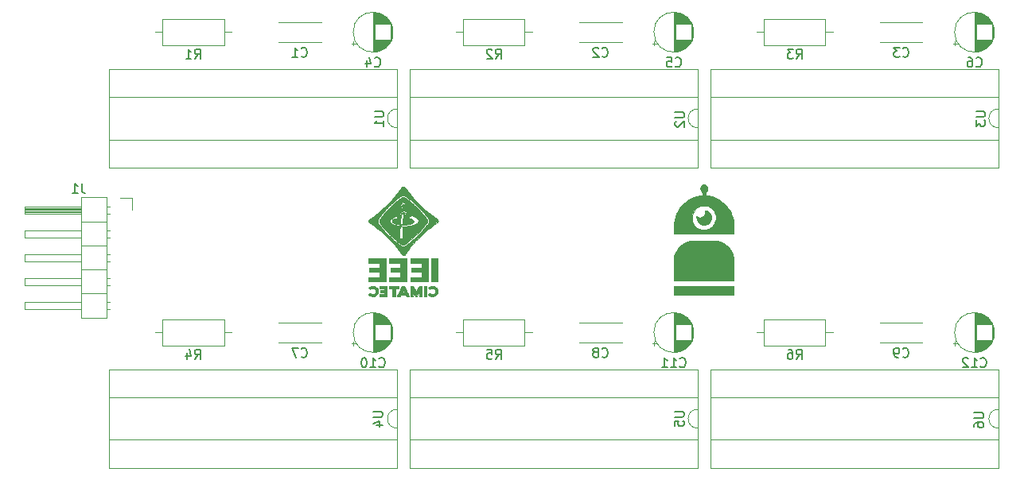
<source format=gbo>
%TF.GenerationSoftware,KiCad,Pcbnew,5.1.10-88a1d61d58~88~ubuntu20.04.1*%
%TF.CreationDate,2021-05-02T13:02:05-03:00*%
%TF.ProjectId,D3_Face,44335f46-6163-4652-9e6b-696361645f70,v01*%
%TF.SameCoordinates,Original*%
%TF.FileFunction,Legend,Bot*%
%TF.FilePolarity,Positive*%
%FSLAX46Y46*%
G04 Gerber Fmt 4.6, Leading zero omitted, Abs format (unit mm)*
G04 Created by KiCad (PCBNEW 5.1.10-88a1d61d58~88~ubuntu20.04.1) date 2021-05-02 13:02:05*
%MOMM*%
%LPD*%
G01*
G04 APERTURE LIST*
%ADD10C,0.010000*%
%ADD11C,0.120000*%
%ADD12C,0.150000*%
G04 APERTURE END LIST*
D10*
%TO.C,G\u002A\u002A\u002A*%
G36*
X135946276Y-89585623D02*
G01*
X135885252Y-89600695D01*
X135883576Y-89601329D01*
X135840538Y-89620166D01*
X135792356Y-89646030D01*
X135737725Y-89679851D01*
X135675341Y-89722558D01*
X135603902Y-89775082D01*
X135522102Y-89838352D01*
X135428638Y-89913299D01*
X135322205Y-90000852D01*
X135315288Y-90006601D01*
X134999474Y-90278230D01*
X134700595Y-90553675D01*
X134419231Y-90832342D01*
X134155964Y-91113638D01*
X133911375Y-91396969D01*
X133721824Y-91634744D01*
X133645620Y-91735914D01*
X133583151Y-91822873D01*
X133534416Y-91895620D01*
X133499415Y-91954157D01*
X133478147Y-91998486D01*
X133476129Y-92003944D01*
X133460446Y-92070227D01*
X133455536Y-92144219D01*
X133461602Y-92214185D01*
X133473746Y-92251148D01*
X133499655Y-92301354D01*
X133539393Y-92364894D01*
X133593025Y-92441860D01*
X133660616Y-92532344D01*
X133742228Y-92636438D01*
X133837927Y-92754234D01*
X133842779Y-92760118D01*
X133883205Y-92809328D01*
X133919652Y-92854121D01*
X133950120Y-92892005D01*
X133972609Y-92920485D01*
X133985117Y-92937069D01*
X133986701Y-92939485D01*
X133997874Y-92953981D01*
X134021482Y-92980839D01*
X134055972Y-93018459D01*
X134099787Y-93065240D01*
X134151374Y-93119581D01*
X134209178Y-93179880D01*
X134271642Y-93244539D01*
X134337213Y-93311954D01*
X134404335Y-93380526D01*
X134471454Y-93448654D01*
X134537015Y-93514737D01*
X134599462Y-93577175D01*
X134657241Y-93634366D01*
X134708797Y-93684709D01*
X134735748Y-93710630D01*
X134878873Y-93845650D01*
X135011863Y-93967561D01*
X135137184Y-94078485D01*
X135257298Y-94180544D01*
X135374671Y-94275861D01*
X135491765Y-94366558D01*
X135533740Y-94398052D01*
X135577840Y-94431081D01*
X135624781Y-94466574D01*
X135666801Y-94498652D01*
X135680969Y-94509579D01*
X135721767Y-94538428D01*
X135771079Y-94569339D01*
X135819345Y-94596375D01*
X135827099Y-94600329D01*
X135869666Y-94620690D01*
X135902867Y-94633286D01*
X135934467Y-94640212D01*
X135972229Y-94643565D01*
X135990173Y-94644352D01*
X136048879Y-94643893D01*
X136093254Y-94637870D01*
X136106878Y-94633729D01*
X136139328Y-94620303D01*
X136170039Y-94605076D01*
X136202656Y-94585783D01*
X136240826Y-94560154D01*
X136288194Y-94525921D01*
X136328197Y-94496062D01*
X136534717Y-94336914D01*
X136733785Y-94175538D01*
X136738067Y-94171880D01*
X136489916Y-94171880D01*
X136484218Y-94181265D01*
X136469457Y-94174297D01*
X136444477Y-94151084D01*
X136443486Y-94150063D01*
X136433979Y-94139672D01*
X136426014Y-94128595D01*
X136419298Y-94114869D01*
X136413539Y-94096528D01*
X136408445Y-94071607D01*
X136403724Y-94038142D01*
X136399084Y-93994168D01*
X136394232Y-93937720D01*
X136388877Y-93866834D01*
X136382726Y-93779543D01*
X136377864Y-93708704D01*
X136372757Y-93634778D01*
X136366606Y-93547039D01*
X136359830Y-93451386D01*
X136352847Y-93353719D01*
X136346077Y-93259936D01*
X136342048Y-93204658D01*
X136336509Y-93126341D01*
X136331420Y-93049353D01*
X136327000Y-92977384D01*
X136323465Y-92914127D01*
X136321034Y-92863275D01*
X136319932Y-92829094D01*
X136318569Y-92743296D01*
X135970760Y-92743296D01*
X135964230Y-93188090D01*
X135962824Y-93288040D01*
X135961521Y-93388602D01*
X135960356Y-93486613D01*
X135959361Y-93578911D01*
X135958570Y-93662335D01*
X135958015Y-93733722D01*
X135957731Y-93789911D01*
X135957700Y-93809160D01*
X135957700Y-93985436D01*
X135871222Y-93986188D01*
X135819241Y-93988239D01*
X135763162Y-93992937D01*
X135714382Y-93999306D01*
X135710619Y-93999949D01*
X135668289Y-94006605D01*
X135628012Y-94011650D01*
X135598374Y-94014008D01*
X135597940Y-94014021D01*
X135559385Y-94015086D01*
X135565737Y-93889074D01*
X135569221Y-93827907D01*
X135573663Y-93761343D01*
X135578420Y-93698521D01*
X135581818Y-93659288D01*
X135587264Y-93599239D01*
X135593953Y-93522193D01*
X135601661Y-93430868D01*
X135610162Y-93327980D01*
X135619233Y-93216244D01*
X135628649Y-93098376D01*
X135636621Y-92997109D01*
X135643189Y-92914112D01*
X135648634Y-92848790D01*
X135653265Y-92799104D01*
X135657395Y-92763015D01*
X135661333Y-92738482D01*
X135665390Y-92723468D01*
X135669877Y-92715932D01*
X135675106Y-92713835D01*
X135679673Y-92714597D01*
X135695049Y-92717135D01*
X135726022Y-92720841D01*
X135768489Y-92725267D01*
X135818347Y-92729968D01*
X135833277Y-92731291D01*
X135970760Y-92743296D01*
X136318569Y-92743296D01*
X136318440Y-92735203D01*
X136344614Y-92732172D01*
X136360516Y-92731940D01*
X136369200Y-92739212D01*
X136374080Y-92758766D01*
X136376400Y-92776647D01*
X136379791Y-92809792D01*
X136383628Y-92854000D01*
X136387166Y-92900606D01*
X136387686Y-92908160D01*
X136391121Y-92955891D01*
X136395610Y-93013983D01*
X136400422Y-93073112D01*
X136402785Y-93100883D01*
X136406702Y-93147115D01*
X136411674Y-93207350D01*
X136417236Y-93275886D01*
X136422924Y-93347016D01*
X136427284Y-93402323D01*
X136432755Y-93471398D01*
X136438504Y-93542472D01*
X136444061Y-93609841D01*
X136448955Y-93667800D01*
X136452098Y-93703763D01*
X136456506Y-93755872D01*
X136461543Y-93819999D01*
X136466621Y-93888433D01*
X136471154Y-93953464D01*
X136471637Y-93960728D01*
X136475553Y-94016128D01*
X136479644Y-94067469D01*
X136483506Y-94110109D01*
X136486738Y-94139408D01*
X136487710Y-94146039D01*
X136489916Y-94171880D01*
X136738067Y-94171880D01*
X136928827Y-94008931D01*
X137123265Y-93834091D01*
X137320523Y-93648018D01*
X137524025Y-93447709D01*
X137524198Y-93447535D01*
X137611325Y-93359182D01*
X137699962Y-93267531D01*
X137788181Y-93174687D01*
X137874055Y-93082753D01*
X137955654Y-92993833D01*
X138031050Y-92910031D01*
X138098315Y-92833451D01*
X138155521Y-92766196D01*
X138200740Y-92710371D01*
X138205444Y-92704313D01*
X138232153Y-92670217D01*
X138266776Y-92626724D01*
X138304639Y-92579678D01*
X138337681Y-92539052D01*
X138402401Y-92457005D01*
X138457842Y-92380634D01*
X138502539Y-92312124D01*
X138535029Y-92253660D01*
X138547310Y-92226214D01*
X138563143Y-92163424D01*
X138565576Y-92102817D01*
X137620560Y-92102817D01*
X137616093Y-92152919D01*
X137601194Y-92197630D01*
X137573614Y-92241285D01*
X137531106Y-92288219D01*
X137517736Y-92301111D01*
X137450198Y-92355864D01*
X137366790Y-92407219D01*
X137266562Y-92455637D01*
X137148560Y-92501576D01*
X137011832Y-92545493D01*
X137007456Y-92546777D01*
X136764915Y-92608056D01*
X136520527Y-92650688D01*
X136276753Y-92674247D01*
X136269023Y-92674680D01*
X136213208Y-92676490D01*
X136142620Y-92676893D01*
X136061896Y-92676032D01*
X135975674Y-92674049D01*
X135888592Y-92671090D01*
X135805288Y-92667297D01*
X135730399Y-92662814D01*
X135668564Y-92657784D01*
X135646377Y-92655398D01*
X135484790Y-92633057D01*
X135331339Y-92605106D01*
X135176828Y-92569719D01*
X135062661Y-92539418D01*
X135014819Y-92523542D01*
X134956671Y-92500440D01*
X134894653Y-92473028D01*
X134835199Y-92444220D01*
X134784746Y-92416931D01*
X134763883Y-92404098D01*
X134693021Y-92349755D01*
X134638539Y-92291183D01*
X134601036Y-92229785D01*
X134581115Y-92166961D01*
X134579376Y-92104115D01*
X134596421Y-92042647D01*
X134603001Y-92028967D01*
X134634599Y-91982421D01*
X134681026Y-91933060D01*
X134738412Y-91884474D01*
X134802888Y-91840256D01*
X134812511Y-91834471D01*
X134846687Y-91813462D01*
X134873217Y-91795578D01*
X134888275Y-91783475D01*
X134890307Y-91780439D01*
X134885718Y-91774836D01*
X134870163Y-91768145D01*
X134840961Y-91759467D01*
X134795432Y-91747902D01*
X134787762Y-91746040D01*
X134771066Y-91739863D01*
X134771571Y-91733168D01*
X134790010Y-91725536D01*
X134827116Y-91716546D01*
X134845833Y-91712770D01*
X134901418Y-91701539D01*
X134959048Y-91688973D01*
X135022640Y-91674150D01*
X135096114Y-91656149D01*
X135183388Y-91634047D01*
X135216455Y-91625549D01*
X135288963Y-91606920D01*
X135344477Y-91592925D01*
X135385132Y-91583222D01*
X135413064Y-91577470D01*
X135430407Y-91575325D01*
X135439299Y-91576446D01*
X135441873Y-91580491D01*
X135440266Y-91587117D01*
X135439161Y-91589861D01*
X135433194Y-91605707D01*
X135422205Y-91636250D01*
X135407611Y-91677501D01*
X135390832Y-91725469D01*
X135385698Y-91740244D01*
X135339996Y-91871978D01*
X135305405Y-91866891D01*
X135278395Y-91862219D01*
X135240151Y-91854754D01*
X135198715Y-91846069D01*
X135196689Y-91845627D01*
X135158541Y-91837695D01*
X135132581Y-91834465D01*
X135111719Y-91836276D01*
X135088865Y-91843465D01*
X135068206Y-91851746D01*
X134989955Y-91888379D01*
X134923342Y-91928804D01*
X134870787Y-91971259D01*
X134834709Y-92013983D01*
X134827130Y-92027241D01*
X134807579Y-92084689D01*
X134807345Y-92140060D01*
X134826066Y-92193110D01*
X134863378Y-92243591D01*
X134918917Y-92291259D01*
X134992321Y-92335866D01*
X135083224Y-92377168D01*
X135191265Y-92414918D01*
X135316078Y-92448870D01*
X135457301Y-92478778D01*
X135508012Y-92487816D01*
X135687670Y-92511756D01*
X135872846Y-92523833D01*
X136059989Y-92524289D01*
X136245549Y-92513365D01*
X136425976Y-92491304D01*
X136597721Y-92458347D01*
X136757233Y-92414737D01*
X136802164Y-92399615D01*
X136821685Y-92391850D01*
X136341559Y-92391850D01*
X136341221Y-92409121D01*
X136339871Y-92418141D01*
X136339746Y-92418488D01*
X136326352Y-92430446D01*
X136310686Y-92433763D01*
X136287487Y-92433763D01*
X136270254Y-92194094D01*
X136264393Y-92113607D01*
X136257968Y-92027116D01*
X136251438Y-91940687D01*
X136245263Y-91860387D01*
X136239901Y-91792280D01*
X136238785Y-91778401D01*
X136234018Y-91716796D01*
X136229839Y-91657724D01*
X136226543Y-91605781D01*
X136224427Y-91565560D01*
X136224026Y-91553182D01*
X135985021Y-91553182D01*
X135984591Y-91645208D01*
X135983693Y-91754919D01*
X135982467Y-91872205D01*
X135981225Y-91974994D01*
X135979892Y-92072324D01*
X135978504Y-92162314D01*
X135977098Y-92243081D01*
X135975709Y-92312743D01*
X135974375Y-92369418D01*
X135973132Y-92411222D01*
X135972017Y-92436273D01*
X135971423Y-92442482D01*
X135966551Y-92466025D01*
X135831172Y-92458995D01*
X135781280Y-92455959D01*
X135738606Y-92452521D01*
X135706974Y-92449052D01*
X135690210Y-92445924D01*
X135688709Y-92445168D01*
X135686723Y-92433213D01*
X135686546Y-92405673D01*
X135688092Y-92366642D01*
X135691278Y-92320211D01*
X135691300Y-92319939D01*
X135703156Y-92172158D01*
X135714153Y-92029735D01*
X135724037Y-91896144D01*
X135732550Y-91774861D01*
X135739436Y-91669360D01*
X135740140Y-91657926D01*
X135744221Y-91599582D01*
X135748928Y-91545720D01*
X135753830Y-91500484D01*
X135758491Y-91468018D01*
X135761313Y-91455319D01*
X135776555Y-91425383D01*
X135802644Y-91390478D01*
X135834113Y-91356797D01*
X135865493Y-91330528D01*
X135878634Y-91322514D01*
X135915274Y-91308125D01*
X135948130Y-91302869D01*
X135971774Y-91307337D01*
X135977249Y-91311749D01*
X135979828Y-91320411D01*
X135981880Y-91340259D01*
X135983415Y-91372378D01*
X135984444Y-91417849D01*
X135984976Y-91477756D01*
X135985021Y-91553182D01*
X136224026Y-91553182D01*
X136223797Y-91546144D01*
X136221217Y-91508006D01*
X136215455Y-91472507D01*
X136211202Y-91457223D01*
X136187365Y-91415403D01*
X136148754Y-91375045D01*
X136100117Y-91340701D01*
X136077440Y-91328979D01*
X136048312Y-91313653D01*
X136036864Y-91301968D01*
X136043638Y-91293006D01*
X136069176Y-91285852D01*
X136106110Y-91280501D01*
X136157737Y-91281507D01*
X136203241Y-91295856D01*
X136238047Y-91321657D01*
X136251221Y-91340518D01*
X136258631Y-91363876D01*
X136265680Y-91404922D01*
X136272458Y-91464321D01*
X136279054Y-91542738D01*
X136279853Y-91553671D01*
X136285495Y-91630438D01*
X136292105Y-91717939D01*
X136299001Y-91807271D01*
X136305499Y-91889527D01*
X136307946Y-91919833D01*
X136317241Y-92034894D01*
X136324886Y-92131695D01*
X136330973Y-92211666D01*
X136335592Y-92276237D01*
X136338836Y-92326838D01*
X136340794Y-92364899D01*
X136341559Y-92391850D01*
X136821685Y-92391850D01*
X136888797Y-92365155D01*
X136957616Y-92328554D01*
X137010570Y-92288190D01*
X137049603Y-92242439D01*
X137076664Y-92189679D01*
X137085387Y-92163449D01*
X137085319Y-92130336D01*
X137070024Y-92090701D01*
X137041799Y-92047169D01*
X137002942Y-92002363D01*
X136955750Y-91958906D01*
X136902520Y-91919424D01*
X136845548Y-91886539D01*
X136841013Y-91884327D01*
X136801915Y-91867503D01*
X136750220Y-91848043D01*
X136692462Y-91828281D01*
X136635174Y-91810551D01*
X136631412Y-91809464D01*
X136582891Y-91795296D01*
X136541521Y-91782798D01*
X136510851Y-91773074D01*
X136494429Y-91767228D01*
X136492712Y-91766310D01*
X136490392Y-91763553D01*
X136491431Y-91760145D01*
X136498548Y-91754099D01*
X136514461Y-91743428D01*
X136541889Y-91726145D01*
X136580346Y-91702251D01*
X136628718Y-91671833D01*
X136683734Y-91636642D01*
X136735636Y-91602934D01*
X136749839Y-91593585D01*
X136835324Y-91537066D01*
X136891073Y-91545808D01*
X136950117Y-91559357D01*
X137021143Y-91582575D01*
X137100051Y-91613637D01*
X137182744Y-91650715D01*
X137265121Y-91691983D01*
X137343086Y-91735616D01*
X137405599Y-91775065D01*
X137483321Y-91835780D01*
X137544488Y-91901418D01*
X137588262Y-91970700D01*
X137613806Y-92042349D01*
X137620560Y-92102817D01*
X138565576Y-92102817D01*
X138565965Y-92093131D01*
X138556116Y-92022406D01*
X138534440Y-91959366D01*
X138512763Y-91920756D01*
X138478711Y-91869152D01*
X138433418Y-91805989D01*
X138378019Y-91732699D01*
X138313651Y-91650719D01*
X138241447Y-91561481D01*
X138162543Y-91466420D01*
X138078074Y-91366970D01*
X138068438Y-91355870D01*
X136389232Y-91355870D01*
X136380203Y-91396473D01*
X136362482Y-91426910D01*
X136337781Y-91443485D01*
X136324637Y-91445436D01*
X136317349Y-91436645D01*
X136310481Y-91414448D01*
X136308193Y-91401983D01*
X136292418Y-91347220D01*
X136261551Y-91301212D01*
X136222405Y-91266636D01*
X136174718Y-91235727D01*
X136121432Y-91207850D01*
X136069231Y-91186110D01*
X136024801Y-91173616D01*
X136020825Y-91172962D01*
X135961559Y-91173700D01*
X135904597Y-91193673D01*
X135850508Y-91232428D01*
X135799864Y-91289510D01*
X135753232Y-91364465D01*
X135735206Y-91400684D01*
X135715118Y-91442847D01*
X135700542Y-91470139D01*
X135688992Y-91485763D01*
X135677981Y-91492923D01*
X135665022Y-91494822D01*
X135662096Y-91494852D01*
X135631503Y-91486301D01*
X135611611Y-91467676D01*
X135597701Y-91441386D01*
X135595498Y-91410216D01*
X135605383Y-91370826D01*
X135627737Y-91319880D01*
X135628723Y-91317900D01*
X135673088Y-91248774D01*
X135731808Y-91186826D01*
X135801277Y-91134148D01*
X135877891Y-91092830D01*
X135958043Y-91064961D01*
X136038128Y-91052632D01*
X136084662Y-91053565D01*
X136158739Y-91068649D01*
X136227200Y-91098129D01*
X136287219Y-91139627D01*
X136335969Y-91190763D01*
X136370624Y-91249157D01*
X136387859Y-91308800D01*
X136389232Y-91355870D01*
X138068438Y-91355870D01*
X137989176Y-91264566D01*
X137943842Y-91213179D01*
X137897276Y-91161939D01*
X137838672Y-91099454D01*
X137770314Y-91028013D01*
X137765677Y-91023236D01*
X136412281Y-91023236D01*
X136409038Y-91047121D01*
X136398535Y-91056224D01*
X136379777Y-91050198D01*
X136351771Y-91028696D01*
X136313520Y-90991369D01*
X136309697Y-90987384D01*
X136252057Y-90932555D01*
X136199193Y-90894680D01*
X136148417Y-90872412D01*
X136097039Y-90864403D01*
X136066807Y-90865665D01*
X136031191Y-90872206D01*
X135983650Y-90884862D01*
X135928724Y-90902000D01*
X135870952Y-90921989D01*
X135814876Y-90943199D01*
X135765037Y-90963998D01*
X135725973Y-90982755D01*
X135704875Y-90995689D01*
X135687652Y-91010736D01*
X135672161Y-91029548D01*
X135656434Y-91055524D01*
X135638503Y-91092063D01*
X135616399Y-91142563D01*
X135607321Y-91164146D01*
X135593645Y-91187727D01*
X135582463Y-91192531D01*
X135576850Y-91179432D01*
X135578557Y-91155967D01*
X135594921Y-91109889D01*
X135626638Y-91059463D01*
X135670627Y-91007472D01*
X135723803Y-90956699D01*
X135783083Y-90909924D01*
X135845386Y-90869930D01*
X135907629Y-90839499D01*
X135942864Y-90827218D01*
X135994691Y-90816836D01*
X136056040Y-90811480D01*
X136118926Y-90811315D01*
X136175361Y-90816507D01*
X136201395Y-90821875D01*
X136245992Y-90839686D01*
X136291522Y-90867709D01*
X136334407Y-90902527D01*
X136371065Y-90940721D01*
X136397917Y-90978873D01*
X136411383Y-91013564D01*
X136412281Y-91023236D01*
X137765677Y-91023236D01*
X137694488Y-90949907D01*
X137613480Y-90867427D01*
X137529576Y-90782862D01*
X137522645Y-90775943D01*
X135924874Y-90775943D01*
X135924339Y-90780379D01*
X135911785Y-90785628D01*
X135887172Y-90792142D01*
X135857975Y-90798171D01*
X135832481Y-90801887D01*
X135824583Y-90793547D01*
X135815089Y-90770272D01*
X135805843Y-90736591D01*
X135805780Y-90736311D01*
X135793372Y-90680986D01*
X135785549Y-90641276D01*
X135782598Y-90613503D01*
X135784806Y-90593988D01*
X135792460Y-90579054D01*
X135805847Y-90565021D01*
X135820111Y-90552629D01*
X135848333Y-90529488D01*
X135865696Y-90518943D01*
X135875645Y-90519944D01*
X135881624Y-90531444D01*
X135882304Y-90533704D01*
X135888868Y-90560183D01*
X135896545Y-90596843D01*
X135904570Y-90639200D01*
X135912179Y-90682773D01*
X135918609Y-90723076D01*
X135923095Y-90755627D01*
X135924874Y-90775943D01*
X137522645Y-90775943D01*
X137445061Y-90698503D01*
X137362220Y-90616640D01*
X137323364Y-90578673D01*
X136007117Y-90578673D01*
X136006163Y-90644102D01*
X136003303Y-90689912D01*
X135998538Y-90716082D01*
X135995492Y-90721746D01*
X135980316Y-90728100D01*
X135966914Y-90714956D01*
X135955233Y-90682237D01*
X135948812Y-90651970D01*
X135937809Y-90589835D01*
X135930357Y-90544242D01*
X135926457Y-90512289D01*
X135926106Y-90491073D01*
X135929304Y-90477692D01*
X135936050Y-90469243D01*
X135946343Y-90462824D01*
X135948747Y-90461570D01*
X135971177Y-90450681D01*
X135986972Y-90446598D01*
X135997294Y-90451654D01*
X136003308Y-90468182D01*
X136006174Y-90498512D01*
X136007056Y-90544979D01*
X136007117Y-90578673D01*
X137323364Y-90578673D01*
X137283339Y-90539564D01*
X137273446Y-90530029D01*
X136322022Y-90530029D01*
X136321780Y-90548652D01*
X136320538Y-90552197D01*
X136312084Y-90547531D01*
X136292595Y-90531086D01*
X136264772Y-90505295D01*
X136231315Y-90472593D01*
X136222985Y-90464228D01*
X136164297Y-90407884D01*
X136114149Y-90367242D01*
X136069981Y-90341646D01*
X136029231Y-90330443D01*
X135989337Y-90332980D01*
X135947739Y-90348603D01*
X135901873Y-90376660D01*
X135896003Y-90380801D01*
X135829429Y-90434186D01*
X135774788Y-90492482D01*
X135731006Y-90553471D01*
X135712054Y-90580566D01*
X135696233Y-90599342D01*
X135687914Y-90605358D01*
X135683327Y-90596343D01*
X135683336Y-90571779D01*
X135685198Y-90554283D01*
X135692083Y-90516872D01*
X135701613Y-90481626D01*
X135705936Y-90469791D01*
X135728913Y-90425253D01*
X135763586Y-90371593D01*
X135806956Y-90312914D01*
X135856028Y-90253320D01*
X135896997Y-90208142D01*
X135979602Y-90121195D01*
X135984946Y-89913410D01*
X135986750Y-89852115D01*
X135988766Y-89798449D01*
X135990852Y-89755206D01*
X135992869Y-89725181D01*
X135994672Y-89711169D01*
X135995215Y-89710552D01*
X135997505Y-89721671D01*
X136000444Y-89748871D01*
X136003706Y-89788492D01*
X136006970Y-89836872D01*
X136008126Y-89856507D01*
X136012006Y-89913764D01*
X136016932Y-89969968D01*
X136022316Y-90019218D01*
X136027572Y-90055616D01*
X136028405Y-90060075D01*
X136034797Y-90088885D01*
X136042780Y-90111406D01*
X136055327Y-90132313D01*
X136075411Y-90156279D01*
X136106005Y-90187976D01*
X136116428Y-90198441D01*
X136163388Y-90249190D01*
X136208222Y-90304474D01*
X136248544Y-90360716D01*
X136281968Y-90414339D01*
X136306109Y-90461767D01*
X136318581Y-90499422D01*
X136319056Y-90502247D01*
X136322022Y-90530029D01*
X137273446Y-90530029D01*
X137210705Y-90469565D01*
X137146602Y-90408933D01*
X137093316Y-90359958D01*
X137084393Y-90351973D01*
X136993443Y-90272180D01*
X136898327Y-90190851D01*
X136800841Y-90109385D01*
X136702787Y-90029183D01*
X136605963Y-89951648D01*
X136512167Y-89878178D01*
X136423200Y-89810176D01*
X136340860Y-89749043D01*
X136266946Y-89696179D01*
X136203258Y-89652985D01*
X136151594Y-89620863D01*
X136130657Y-89609300D01*
X136076127Y-89590156D01*
X136012284Y-89582187D01*
X135946276Y-89585623D01*
G37*
X135946276Y-89585623D02*
X135885252Y-89600695D01*
X135883576Y-89601329D01*
X135840538Y-89620166D01*
X135792356Y-89646030D01*
X135737725Y-89679851D01*
X135675341Y-89722558D01*
X135603902Y-89775082D01*
X135522102Y-89838352D01*
X135428638Y-89913299D01*
X135322205Y-90000852D01*
X135315288Y-90006601D01*
X134999474Y-90278230D01*
X134700595Y-90553675D01*
X134419231Y-90832342D01*
X134155964Y-91113638D01*
X133911375Y-91396969D01*
X133721824Y-91634744D01*
X133645620Y-91735914D01*
X133583151Y-91822873D01*
X133534416Y-91895620D01*
X133499415Y-91954157D01*
X133478147Y-91998486D01*
X133476129Y-92003944D01*
X133460446Y-92070227D01*
X133455536Y-92144219D01*
X133461602Y-92214185D01*
X133473746Y-92251148D01*
X133499655Y-92301354D01*
X133539393Y-92364894D01*
X133593025Y-92441860D01*
X133660616Y-92532344D01*
X133742228Y-92636438D01*
X133837927Y-92754234D01*
X133842779Y-92760118D01*
X133883205Y-92809328D01*
X133919652Y-92854121D01*
X133950120Y-92892005D01*
X133972609Y-92920485D01*
X133985117Y-92937069D01*
X133986701Y-92939485D01*
X133997874Y-92953981D01*
X134021482Y-92980839D01*
X134055972Y-93018459D01*
X134099787Y-93065240D01*
X134151374Y-93119581D01*
X134209178Y-93179880D01*
X134271642Y-93244539D01*
X134337213Y-93311954D01*
X134404335Y-93380526D01*
X134471454Y-93448654D01*
X134537015Y-93514737D01*
X134599462Y-93577175D01*
X134657241Y-93634366D01*
X134708797Y-93684709D01*
X134735748Y-93710630D01*
X134878873Y-93845650D01*
X135011863Y-93967561D01*
X135137184Y-94078485D01*
X135257298Y-94180544D01*
X135374671Y-94275861D01*
X135491765Y-94366558D01*
X135533740Y-94398052D01*
X135577840Y-94431081D01*
X135624781Y-94466574D01*
X135666801Y-94498652D01*
X135680969Y-94509579D01*
X135721767Y-94538428D01*
X135771079Y-94569339D01*
X135819345Y-94596375D01*
X135827099Y-94600329D01*
X135869666Y-94620690D01*
X135902867Y-94633286D01*
X135934467Y-94640212D01*
X135972229Y-94643565D01*
X135990173Y-94644352D01*
X136048879Y-94643893D01*
X136093254Y-94637870D01*
X136106878Y-94633729D01*
X136139328Y-94620303D01*
X136170039Y-94605076D01*
X136202656Y-94585783D01*
X136240826Y-94560154D01*
X136288194Y-94525921D01*
X136328197Y-94496062D01*
X136534717Y-94336914D01*
X136733785Y-94175538D01*
X136738067Y-94171880D01*
X136489916Y-94171880D01*
X136484218Y-94181265D01*
X136469457Y-94174297D01*
X136444477Y-94151084D01*
X136443486Y-94150063D01*
X136433979Y-94139672D01*
X136426014Y-94128595D01*
X136419298Y-94114869D01*
X136413539Y-94096528D01*
X136408445Y-94071607D01*
X136403724Y-94038142D01*
X136399084Y-93994168D01*
X136394232Y-93937720D01*
X136388877Y-93866834D01*
X136382726Y-93779543D01*
X136377864Y-93708704D01*
X136372757Y-93634778D01*
X136366606Y-93547039D01*
X136359830Y-93451386D01*
X136352847Y-93353719D01*
X136346077Y-93259936D01*
X136342048Y-93204658D01*
X136336509Y-93126341D01*
X136331420Y-93049353D01*
X136327000Y-92977384D01*
X136323465Y-92914127D01*
X136321034Y-92863275D01*
X136319932Y-92829094D01*
X136318569Y-92743296D01*
X135970760Y-92743296D01*
X135964230Y-93188090D01*
X135962824Y-93288040D01*
X135961521Y-93388602D01*
X135960356Y-93486613D01*
X135959361Y-93578911D01*
X135958570Y-93662335D01*
X135958015Y-93733722D01*
X135957731Y-93789911D01*
X135957700Y-93809160D01*
X135957700Y-93985436D01*
X135871222Y-93986188D01*
X135819241Y-93988239D01*
X135763162Y-93992937D01*
X135714382Y-93999306D01*
X135710619Y-93999949D01*
X135668289Y-94006605D01*
X135628012Y-94011650D01*
X135598374Y-94014008D01*
X135597940Y-94014021D01*
X135559385Y-94015086D01*
X135565737Y-93889074D01*
X135569221Y-93827907D01*
X135573663Y-93761343D01*
X135578420Y-93698521D01*
X135581818Y-93659288D01*
X135587264Y-93599239D01*
X135593953Y-93522193D01*
X135601661Y-93430868D01*
X135610162Y-93327980D01*
X135619233Y-93216244D01*
X135628649Y-93098376D01*
X135636621Y-92997109D01*
X135643189Y-92914112D01*
X135648634Y-92848790D01*
X135653265Y-92799104D01*
X135657395Y-92763015D01*
X135661333Y-92738482D01*
X135665390Y-92723468D01*
X135669877Y-92715932D01*
X135675106Y-92713835D01*
X135679673Y-92714597D01*
X135695049Y-92717135D01*
X135726022Y-92720841D01*
X135768489Y-92725267D01*
X135818347Y-92729968D01*
X135833277Y-92731291D01*
X135970760Y-92743296D01*
X136318569Y-92743296D01*
X136318440Y-92735203D01*
X136344614Y-92732172D01*
X136360516Y-92731940D01*
X136369200Y-92739212D01*
X136374080Y-92758766D01*
X136376400Y-92776647D01*
X136379791Y-92809792D01*
X136383628Y-92854000D01*
X136387166Y-92900606D01*
X136387686Y-92908160D01*
X136391121Y-92955891D01*
X136395610Y-93013983D01*
X136400422Y-93073112D01*
X136402785Y-93100883D01*
X136406702Y-93147115D01*
X136411674Y-93207350D01*
X136417236Y-93275886D01*
X136422924Y-93347016D01*
X136427284Y-93402323D01*
X136432755Y-93471398D01*
X136438504Y-93542472D01*
X136444061Y-93609841D01*
X136448955Y-93667800D01*
X136452098Y-93703763D01*
X136456506Y-93755872D01*
X136461543Y-93819999D01*
X136466621Y-93888433D01*
X136471154Y-93953464D01*
X136471637Y-93960728D01*
X136475553Y-94016128D01*
X136479644Y-94067469D01*
X136483506Y-94110109D01*
X136486738Y-94139408D01*
X136487710Y-94146039D01*
X136489916Y-94171880D01*
X136738067Y-94171880D01*
X136928827Y-94008931D01*
X137123265Y-93834091D01*
X137320523Y-93648018D01*
X137524025Y-93447709D01*
X137524198Y-93447535D01*
X137611325Y-93359182D01*
X137699962Y-93267531D01*
X137788181Y-93174687D01*
X137874055Y-93082753D01*
X137955654Y-92993833D01*
X138031050Y-92910031D01*
X138098315Y-92833451D01*
X138155521Y-92766196D01*
X138200740Y-92710371D01*
X138205444Y-92704313D01*
X138232153Y-92670217D01*
X138266776Y-92626724D01*
X138304639Y-92579678D01*
X138337681Y-92539052D01*
X138402401Y-92457005D01*
X138457842Y-92380634D01*
X138502539Y-92312124D01*
X138535029Y-92253660D01*
X138547310Y-92226214D01*
X138563143Y-92163424D01*
X138565576Y-92102817D01*
X137620560Y-92102817D01*
X137616093Y-92152919D01*
X137601194Y-92197630D01*
X137573614Y-92241285D01*
X137531106Y-92288219D01*
X137517736Y-92301111D01*
X137450198Y-92355864D01*
X137366790Y-92407219D01*
X137266562Y-92455637D01*
X137148560Y-92501576D01*
X137011832Y-92545493D01*
X137007456Y-92546777D01*
X136764915Y-92608056D01*
X136520527Y-92650688D01*
X136276753Y-92674247D01*
X136269023Y-92674680D01*
X136213208Y-92676490D01*
X136142620Y-92676893D01*
X136061896Y-92676032D01*
X135975674Y-92674049D01*
X135888592Y-92671090D01*
X135805288Y-92667297D01*
X135730399Y-92662814D01*
X135668564Y-92657784D01*
X135646377Y-92655398D01*
X135484790Y-92633057D01*
X135331339Y-92605106D01*
X135176828Y-92569719D01*
X135062661Y-92539418D01*
X135014819Y-92523542D01*
X134956671Y-92500440D01*
X134894653Y-92473028D01*
X134835199Y-92444220D01*
X134784746Y-92416931D01*
X134763883Y-92404098D01*
X134693021Y-92349755D01*
X134638539Y-92291183D01*
X134601036Y-92229785D01*
X134581115Y-92166961D01*
X134579376Y-92104115D01*
X134596421Y-92042647D01*
X134603001Y-92028967D01*
X134634599Y-91982421D01*
X134681026Y-91933060D01*
X134738412Y-91884474D01*
X134802888Y-91840256D01*
X134812511Y-91834471D01*
X134846687Y-91813462D01*
X134873217Y-91795578D01*
X134888275Y-91783475D01*
X134890307Y-91780439D01*
X134885718Y-91774836D01*
X134870163Y-91768145D01*
X134840961Y-91759467D01*
X134795432Y-91747902D01*
X134787762Y-91746040D01*
X134771066Y-91739863D01*
X134771571Y-91733168D01*
X134790010Y-91725536D01*
X134827116Y-91716546D01*
X134845833Y-91712770D01*
X134901418Y-91701539D01*
X134959048Y-91688973D01*
X135022640Y-91674150D01*
X135096114Y-91656149D01*
X135183388Y-91634047D01*
X135216455Y-91625549D01*
X135288963Y-91606920D01*
X135344477Y-91592925D01*
X135385132Y-91583222D01*
X135413064Y-91577470D01*
X135430407Y-91575325D01*
X135439299Y-91576446D01*
X135441873Y-91580491D01*
X135440266Y-91587117D01*
X135439161Y-91589861D01*
X135433194Y-91605707D01*
X135422205Y-91636250D01*
X135407611Y-91677501D01*
X135390832Y-91725469D01*
X135385698Y-91740244D01*
X135339996Y-91871978D01*
X135305405Y-91866891D01*
X135278395Y-91862219D01*
X135240151Y-91854754D01*
X135198715Y-91846069D01*
X135196689Y-91845627D01*
X135158541Y-91837695D01*
X135132581Y-91834465D01*
X135111719Y-91836276D01*
X135088865Y-91843465D01*
X135068206Y-91851746D01*
X134989955Y-91888379D01*
X134923342Y-91928804D01*
X134870787Y-91971259D01*
X134834709Y-92013983D01*
X134827130Y-92027241D01*
X134807579Y-92084689D01*
X134807345Y-92140060D01*
X134826066Y-92193110D01*
X134863378Y-92243591D01*
X134918917Y-92291259D01*
X134992321Y-92335866D01*
X135083224Y-92377168D01*
X135191265Y-92414918D01*
X135316078Y-92448870D01*
X135457301Y-92478778D01*
X135508012Y-92487816D01*
X135687670Y-92511756D01*
X135872846Y-92523833D01*
X136059989Y-92524289D01*
X136245549Y-92513365D01*
X136425976Y-92491304D01*
X136597721Y-92458347D01*
X136757233Y-92414737D01*
X136802164Y-92399615D01*
X136821685Y-92391850D01*
X136341559Y-92391850D01*
X136341221Y-92409121D01*
X136339871Y-92418141D01*
X136339746Y-92418488D01*
X136326352Y-92430446D01*
X136310686Y-92433763D01*
X136287487Y-92433763D01*
X136270254Y-92194094D01*
X136264393Y-92113607D01*
X136257968Y-92027116D01*
X136251438Y-91940687D01*
X136245263Y-91860387D01*
X136239901Y-91792280D01*
X136238785Y-91778401D01*
X136234018Y-91716796D01*
X136229839Y-91657724D01*
X136226543Y-91605781D01*
X136224427Y-91565560D01*
X136224026Y-91553182D01*
X135985021Y-91553182D01*
X135984591Y-91645208D01*
X135983693Y-91754919D01*
X135982467Y-91872205D01*
X135981225Y-91974994D01*
X135979892Y-92072324D01*
X135978504Y-92162314D01*
X135977098Y-92243081D01*
X135975709Y-92312743D01*
X135974375Y-92369418D01*
X135973132Y-92411222D01*
X135972017Y-92436273D01*
X135971423Y-92442482D01*
X135966551Y-92466025D01*
X135831172Y-92458995D01*
X135781280Y-92455959D01*
X135738606Y-92452521D01*
X135706974Y-92449052D01*
X135690210Y-92445924D01*
X135688709Y-92445168D01*
X135686723Y-92433213D01*
X135686546Y-92405673D01*
X135688092Y-92366642D01*
X135691278Y-92320211D01*
X135691300Y-92319939D01*
X135703156Y-92172158D01*
X135714153Y-92029735D01*
X135724037Y-91896144D01*
X135732550Y-91774861D01*
X135739436Y-91669360D01*
X135740140Y-91657926D01*
X135744221Y-91599582D01*
X135748928Y-91545720D01*
X135753830Y-91500484D01*
X135758491Y-91468018D01*
X135761313Y-91455319D01*
X135776555Y-91425383D01*
X135802644Y-91390478D01*
X135834113Y-91356797D01*
X135865493Y-91330528D01*
X135878634Y-91322514D01*
X135915274Y-91308125D01*
X135948130Y-91302869D01*
X135971774Y-91307337D01*
X135977249Y-91311749D01*
X135979828Y-91320411D01*
X135981880Y-91340259D01*
X135983415Y-91372378D01*
X135984444Y-91417849D01*
X135984976Y-91477756D01*
X135985021Y-91553182D01*
X136224026Y-91553182D01*
X136223797Y-91546144D01*
X136221217Y-91508006D01*
X136215455Y-91472507D01*
X136211202Y-91457223D01*
X136187365Y-91415403D01*
X136148754Y-91375045D01*
X136100117Y-91340701D01*
X136077440Y-91328979D01*
X136048312Y-91313653D01*
X136036864Y-91301968D01*
X136043638Y-91293006D01*
X136069176Y-91285852D01*
X136106110Y-91280501D01*
X136157737Y-91281507D01*
X136203241Y-91295856D01*
X136238047Y-91321657D01*
X136251221Y-91340518D01*
X136258631Y-91363876D01*
X136265680Y-91404922D01*
X136272458Y-91464321D01*
X136279054Y-91542738D01*
X136279853Y-91553671D01*
X136285495Y-91630438D01*
X136292105Y-91717939D01*
X136299001Y-91807271D01*
X136305499Y-91889527D01*
X136307946Y-91919833D01*
X136317241Y-92034894D01*
X136324886Y-92131695D01*
X136330973Y-92211666D01*
X136335592Y-92276237D01*
X136338836Y-92326838D01*
X136340794Y-92364899D01*
X136341559Y-92391850D01*
X136821685Y-92391850D01*
X136888797Y-92365155D01*
X136957616Y-92328554D01*
X137010570Y-92288190D01*
X137049603Y-92242439D01*
X137076664Y-92189679D01*
X137085387Y-92163449D01*
X137085319Y-92130336D01*
X137070024Y-92090701D01*
X137041799Y-92047169D01*
X137002942Y-92002363D01*
X136955750Y-91958906D01*
X136902520Y-91919424D01*
X136845548Y-91886539D01*
X136841013Y-91884327D01*
X136801915Y-91867503D01*
X136750220Y-91848043D01*
X136692462Y-91828281D01*
X136635174Y-91810551D01*
X136631412Y-91809464D01*
X136582891Y-91795296D01*
X136541521Y-91782798D01*
X136510851Y-91773074D01*
X136494429Y-91767228D01*
X136492712Y-91766310D01*
X136490392Y-91763553D01*
X136491431Y-91760145D01*
X136498548Y-91754099D01*
X136514461Y-91743428D01*
X136541889Y-91726145D01*
X136580346Y-91702251D01*
X136628718Y-91671833D01*
X136683734Y-91636642D01*
X136735636Y-91602934D01*
X136749839Y-91593585D01*
X136835324Y-91537066D01*
X136891073Y-91545808D01*
X136950117Y-91559357D01*
X137021143Y-91582575D01*
X137100051Y-91613637D01*
X137182744Y-91650715D01*
X137265121Y-91691983D01*
X137343086Y-91735616D01*
X137405599Y-91775065D01*
X137483321Y-91835780D01*
X137544488Y-91901418D01*
X137588262Y-91970700D01*
X137613806Y-92042349D01*
X137620560Y-92102817D01*
X138565576Y-92102817D01*
X138565965Y-92093131D01*
X138556116Y-92022406D01*
X138534440Y-91959366D01*
X138512763Y-91920756D01*
X138478711Y-91869152D01*
X138433418Y-91805989D01*
X138378019Y-91732699D01*
X138313651Y-91650719D01*
X138241447Y-91561481D01*
X138162543Y-91466420D01*
X138078074Y-91366970D01*
X138068438Y-91355870D01*
X136389232Y-91355870D01*
X136380203Y-91396473D01*
X136362482Y-91426910D01*
X136337781Y-91443485D01*
X136324637Y-91445436D01*
X136317349Y-91436645D01*
X136310481Y-91414448D01*
X136308193Y-91401983D01*
X136292418Y-91347220D01*
X136261551Y-91301212D01*
X136222405Y-91266636D01*
X136174718Y-91235727D01*
X136121432Y-91207850D01*
X136069231Y-91186110D01*
X136024801Y-91173616D01*
X136020825Y-91172962D01*
X135961559Y-91173700D01*
X135904597Y-91193673D01*
X135850508Y-91232428D01*
X135799864Y-91289510D01*
X135753232Y-91364465D01*
X135735206Y-91400684D01*
X135715118Y-91442847D01*
X135700542Y-91470139D01*
X135688992Y-91485763D01*
X135677981Y-91492923D01*
X135665022Y-91494822D01*
X135662096Y-91494852D01*
X135631503Y-91486301D01*
X135611611Y-91467676D01*
X135597701Y-91441386D01*
X135595498Y-91410216D01*
X135605383Y-91370826D01*
X135627737Y-91319880D01*
X135628723Y-91317900D01*
X135673088Y-91248774D01*
X135731808Y-91186826D01*
X135801277Y-91134148D01*
X135877891Y-91092830D01*
X135958043Y-91064961D01*
X136038128Y-91052632D01*
X136084662Y-91053565D01*
X136158739Y-91068649D01*
X136227200Y-91098129D01*
X136287219Y-91139627D01*
X136335969Y-91190763D01*
X136370624Y-91249157D01*
X136387859Y-91308800D01*
X136389232Y-91355870D01*
X138068438Y-91355870D01*
X137989176Y-91264566D01*
X137943842Y-91213179D01*
X137897276Y-91161939D01*
X137838672Y-91099454D01*
X137770314Y-91028013D01*
X137765677Y-91023236D01*
X136412281Y-91023236D01*
X136409038Y-91047121D01*
X136398535Y-91056224D01*
X136379777Y-91050198D01*
X136351771Y-91028696D01*
X136313520Y-90991369D01*
X136309697Y-90987384D01*
X136252057Y-90932555D01*
X136199193Y-90894680D01*
X136148417Y-90872412D01*
X136097039Y-90864403D01*
X136066807Y-90865665D01*
X136031191Y-90872206D01*
X135983650Y-90884862D01*
X135928724Y-90902000D01*
X135870952Y-90921989D01*
X135814876Y-90943199D01*
X135765037Y-90963998D01*
X135725973Y-90982755D01*
X135704875Y-90995689D01*
X135687652Y-91010736D01*
X135672161Y-91029548D01*
X135656434Y-91055524D01*
X135638503Y-91092063D01*
X135616399Y-91142563D01*
X135607321Y-91164146D01*
X135593645Y-91187727D01*
X135582463Y-91192531D01*
X135576850Y-91179432D01*
X135578557Y-91155967D01*
X135594921Y-91109889D01*
X135626638Y-91059463D01*
X135670627Y-91007472D01*
X135723803Y-90956699D01*
X135783083Y-90909924D01*
X135845386Y-90869930D01*
X135907629Y-90839499D01*
X135942864Y-90827218D01*
X135994691Y-90816836D01*
X136056040Y-90811480D01*
X136118926Y-90811315D01*
X136175361Y-90816507D01*
X136201395Y-90821875D01*
X136245992Y-90839686D01*
X136291522Y-90867709D01*
X136334407Y-90902527D01*
X136371065Y-90940721D01*
X136397917Y-90978873D01*
X136411383Y-91013564D01*
X136412281Y-91023236D01*
X137765677Y-91023236D01*
X137694488Y-90949907D01*
X137613480Y-90867427D01*
X137529576Y-90782862D01*
X137522645Y-90775943D01*
X135924874Y-90775943D01*
X135924339Y-90780379D01*
X135911785Y-90785628D01*
X135887172Y-90792142D01*
X135857975Y-90798171D01*
X135832481Y-90801887D01*
X135824583Y-90793547D01*
X135815089Y-90770272D01*
X135805843Y-90736591D01*
X135805780Y-90736311D01*
X135793372Y-90680986D01*
X135785549Y-90641276D01*
X135782598Y-90613503D01*
X135784806Y-90593988D01*
X135792460Y-90579054D01*
X135805847Y-90565021D01*
X135820111Y-90552629D01*
X135848333Y-90529488D01*
X135865696Y-90518943D01*
X135875645Y-90519944D01*
X135881624Y-90531444D01*
X135882304Y-90533704D01*
X135888868Y-90560183D01*
X135896545Y-90596843D01*
X135904570Y-90639200D01*
X135912179Y-90682773D01*
X135918609Y-90723076D01*
X135923095Y-90755627D01*
X135924874Y-90775943D01*
X137522645Y-90775943D01*
X137445061Y-90698503D01*
X137362220Y-90616640D01*
X137323364Y-90578673D01*
X136007117Y-90578673D01*
X136006163Y-90644102D01*
X136003303Y-90689912D01*
X135998538Y-90716082D01*
X135995492Y-90721746D01*
X135980316Y-90728100D01*
X135966914Y-90714956D01*
X135955233Y-90682237D01*
X135948812Y-90651970D01*
X135937809Y-90589835D01*
X135930357Y-90544242D01*
X135926457Y-90512289D01*
X135926106Y-90491073D01*
X135929304Y-90477692D01*
X135936050Y-90469243D01*
X135946343Y-90462824D01*
X135948747Y-90461570D01*
X135971177Y-90450681D01*
X135986972Y-90446598D01*
X135997294Y-90451654D01*
X136003308Y-90468182D01*
X136006174Y-90498512D01*
X136007056Y-90544979D01*
X136007117Y-90578673D01*
X137323364Y-90578673D01*
X137283339Y-90539564D01*
X137273446Y-90530029D01*
X136322022Y-90530029D01*
X136321780Y-90548652D01*
X136320538Y-90552197D01*
X136312084Y-90547531D01*
X136292595Y-90531086D01*
X136264772Y-90505295D01*
X136231315Y-90472593D01*
X136222985Y-90464228D01*
X136164297Y-90407884D01*
X136114149Y-90367242D01*
X136069981Y-90341646D01*
X136029231Y-90330443D01*
X135989337Y-90332980D01*
X135947739Y-90348603D01*
X135901873Y-90376660D01*
X135896003Y-90380801D01*
X135829429Y-90434186D01*
X135774788Y-90492482D01*
X135731006Y-90553471D01*
X135712054Y-90580566D01*
X135696233Y-90599342D01*
X135687914Y-90605358D01*
X135683327Y-90596343D01*
X135683336Y-90571779D01*
X135685198Y-90554283D01*
X135692083Y-90516872D01*
X135701613Y-90481626D01*
X135705936Y-90469791D01*
X135728913Y-90425253D01*
X135763586Y-90371593D01*
X135806956Y-90312914D01*
X135856028Y-90253320D01*
X135896997Y-90208142D01*
X135979602Y-90121195D01*
X135984946Y-89913410D01*
X135986750Y-89852115D01*
X135988766Y-89798449D01*
X135990852Y-89755206D01*
X135992869Y-89725181D01*
X135994672Y-89711169D01*
X135995215Y-89710552D01*
X135997505Y-89721671D01*
X136000444Y-89748871D01*
X136003706Y-89788492D01*
X136006970Y-89836872D01*
X136008126Y-89856507D01*
X136012006Y-89913764D01*
X136016932Y-89969968D01*
X136022316Y-90019218D01*
X136027572Y-90055616D01*
X136028405Y-90060075D01*
X136034797Y-90088885D01*
X136042780Y-90111406D01*
X136055327Y-90132313D01*
X136075411Y-90156279D01*
X136106005Y-90187976D01*
X136116428Y-90198441D01*
X136163388Y-90249190D01*
X136208222Y-90304474D01*
X136248544Y-90360716D01*
X136281968Y-90414339D01*
X136306109Y-90461767D01*
X136318581Y-90499422D01*
X136319056Y-90502247D01*
X136322022Y-90530029D01*
X137273446Y-90530029D01*
X137210705Y-90469565D01*
X137146602Y-90408933D01*
X137093316Y-90359958D01*
X137084393Y-90351973D01*
X136993443Y-90272180D01*
X136898327Y-90190851D01*
X136800841Y-90109385D01*
X136702787Y-90029183D01*
X136605963Y-89951648D01*
X136512167Y-89878178D01*
X136423200Y-89810176D01*
X136340860Y-89749043D01*
X136266946Y-89696179D01*
X136203258Y-89652985D01*
X136151594Y-89620863D01*
X136130657Y-89609300D01*
X136076127Y-89590156D01*
X136012284Y-89582187D01*
X135946276Y-89585623D01*
G36*
X135967937Y-88466710D02*
G01*
X135910457Y-88491053D01*
X135901454Y-88495969D01*
X135880146Y-88508398D01*
X135861797Y-88521019D01*
X135844260Y-88536264D01*
X135825390Y-88556563D01*
X135803042Y-88584350D01*
X135775070Y-88622055D01*
X135739327Y-88672109D01*
X135712722Y-88709846D01*
X135620572Y-88837667D01*
X135516928Y-88975799D01*
X135404516Y-89120825D01*
X135286062Y-89269326D01*
X135164291Y-89417882D01*
X135041929Y-89563076D01*
X134925635Y-89697033D01*
X134811296Y-89824203D01*
X134685592Y-89959635D01*
X134551210Y-90100657D01*
X134410837Y-90244597D01*
X134267159Y-90388785D01*
X134122862Y-90530547D01*
X133980633Y-90667212D01*
X133843158Y-90796108D01*
X133713124Y-90914564D01*
X133610424Y-91005072D01*
X133517148Y-91084640D01*
X133417153Y-91167871D01*
X133312350Y-91253305D01*
X133204647Y-91339483D01*
X133095956Y-91424948D01*
X132988186Y-91508240D01*
X132883247Y-91587901D01*
X132783050Y-91662473D01*
X132689504Y-91730497D01*
X132604519Y-91790514D01*
X132530006Y-91841066D01*
X132467875Y-91880694D01*
X132449045Y-91891925D01*
X132401100Y-91929929D01*
X132359897Y-91982215D01*
X132329509Y-92043479D01*
X132326800Y-92051132D01*
X132313484Y-92103712D01*
X132313643Y-92149310D01*
X132327751Y-92195832D01*
X132336644Y-92214947D01*
X132356978Y-92248182D01*
X132385087Y-92279791D01*
X132423662Y-92312044D01*
X132475396Y-92347209D01*
X132538089Y-92384752D01*
X132568869Y-92404011D01*
X132612892Y-92433776D01*
X132667849Y-92472350D01*
X132731436Y-92518035D01*
X132801344Y-92569133D01*
X132875268Y-92623947D01*
X132950900Y-92680779D01*
X133025933Y-92737930D01*
X133098062Y-92793703D01*
X133160735Y-92843025D01*
X133361875Y-93005703D01*
X133554054Y-93167071D01*
X133741060Y-93330523D01*
X133926683Y-93499456D01*
X134114712Y-93677266D01*
X134308936Y-93867351D01*
X134357192Y-93915475D01*
X134555622Y-94116951D01*
X134740182Y-94310654D01*
X134913532Y-94499651D01*
X135078334Y-94687007D01*
X135237247Y-94875791D01*
X135392930Y-95069067D01*
X135548045Y-95269903D01*
X135648148Y-95403685D01*
X135708217Y-95484563D01*
X135758126Y-95550921D01*
X135799182Y-95604341D01*
X135832692Y-95646405D01*
X135859960Y-95678695D01*
X135882293Y-95702793D01*
X135900999Y-95720280D01*
X135917382Y-95732738D01*
X135922694Y-95736133D01*
X135960269Y-95749581D01*
X136009514Y-95753524D01*
X136064781Y-95747987D01*
X136113902Y-95735297D01*
X136157304Y-95716801D01*
X136191840Y-95692053D01*
X136222611Y-95656541D01*
X136248643Y-95616175D01*
X136282376Y-95562378D01*
X136327264Y-95495717D01*
X136381635Y-95418369D01*
X136443822Y-95332513D01*
X136512154Y-95240326D01*
X136584961Y-95143987D01*
X136660575Y-95045672D01*
X136737324Y-94947561D01*
X136813539Y-94851830D01*
X136887551Y-94760657D01*
X136957689Y-94676221D01*
X137022285Y-94600699D01*
X137059685Y-94558340D01*
X137332443Y-94260320D01*
X137601529Y-93979174D01*
X137869171Y-93712908D01*
X138137596Y-93459532D01*
X138409032Y-93217052D01*
X138685709Y-92983477D01*
X138969853Y-92756814D01*
X139263694Y-92535071D01*
X139560152Y-92322756D01*
X139610241Y-92285625D01*
X139646444Y-92252910D01*
X139672637Y-92220363D01*
X139692701Y-92183736D01*
X139697828Y-92171982D01*
X139710859Y-92117498D01*
X138749406Y-92117498D01*
X138748479Y-92155674D01*
X138745228Y-92190127D01*
X138738529Y-92223043D01*
X138727261Y-92256612D01*
X138710302Y-92293020D01*
X138686530Y-92334455D01*
X138654824Y-92383105D01*
X138614061Y-92441158D01*
X138563119Y-92510801D01*
X138513731Y-92577070D01*
X138406708Y-92716562D01*
X138295287Y-92854800D01*
X138178228Y-92993077D01*
X138054293Y-93132680D01*
X137922243Y-93274902D01*
X137780838Y-93421031D01*
X137628840Y-93572358D01*
X137465010Y-93730173D01*
X137288109Y-93895765D01*
X137096897Y-94070426D01*
X136970735Y-94183729D01*
X136839837Y-94298293D01*
X136714511Y-94403390D01*
X136595604Y-94498446D01*
X136483964Y-94582884D01*
X136380439Y-94656130D01*
X136285877Y-94717607D01*
X136201126Y-94766742D01*
X136127033Y-94802957D01*
X136064446Y-94825678D01*
X136014214Y-94834330D01*
X136012058Y-94834383D01*
X135992090Y-94832532D01*
X135960491Y-94827404D01*
X135931653Y-94821686D01*
X135885442Y-94809168D01*
X135836507Y-94790413D01*
X135783132Y-94764374D01*
X135723600Y-94730004D01*
X135656196Y-94686253D01*
X135579202Y-94632075D01*
X135490903Y-94566421D01*
X135404237Y-94499688D01*
X135221262Y-94352411D01*
X135031308Y-94190754D01*
X134837236Y-94017479D01*
X134641906Y-93835350D01*
X134448177Y-93647130D01*
X134258912Y-93455582D01*
X134076970Y-93263469D01*
X133905211Y-93073555D01*
X133789793Y-92940128D01*
X133696376Y-92828700D01*
X133615537Y-92729525D01*
X133545976Y-92640778D01*
X133486395Y-92560633D01*
X133435496Y-92487268D01*
X133391979Y-92418856D01*
X133354546Y-92353573D01*
X133321898Y-92289595D01*
X133312417Y-92269462D01*
X133295225Y-92230756D01*
X133285125Y-92201344D01*
X133280564Y-92173282D01*
X133279992Y-92138627D01*
X133281028Y-92108716D01*
X133283414Y-92072107D01*
X133288062Y-92038370D01*
X133296064Y-92005490D01*
X133308509Y-91971456D01*
X133326488Y-91934254D01*
X133351092Y-91891873D01*
X133383412Y-91842298D01*
X133424537Y-91783518D01*
X133475559Y-91713518D01*
X133537568Y-91630288D01*
X133547248Y-91617386D01*
X133651934Y-91480190D01*
X133755446Y-91349365D01*
X133861162Y-91220870D01*
X133972456Y-91090666D01*
X134092704Y-90954710D01*
X134194439Y-90842557D01*
X134241767Y-90791748D01*
X134297915Y-90732919D01*
X134360789Y-90668144D01*
X134428297Y-90599500D01*
X134498343Y-90529063D01*
X134568834Y-90458909D01*
X134637675Y-90391114D01*
X134702774Y-90327754D01*
X134762035Y-90270904D01*
X134813364Y-90222642D01*
X134854669Y-90185042D01*
X134877571Y-90165285D01*
X134909705Y-90138163D01*
X134952174Y-90101588D01*
X135000632Y-90059342D01*
X135050732Y-90015205D01*
X135080178Y-89989026D01*
X135167114Y-89913162D01*
X135265255Y-89830503D01*
X135369410Y-89745297D01*
X135474387Y-89661786D01*
X135574997Y-89584219D01*
X135577194Y-89582556D01*
X135669113Y-89520087D01*
X135762448Y-89469915D01*
X135854630Y-89432935D01*
X135943091Y-89410045D01*
X136025262Y-89402140D01*
X136081519Y-89406636D01*
X136127445Y-89416846D01*
X136171611Y-89432289D01*
X136217768Y-89454880D01*
X136269667Y-89486535D01*
X136331059Y-89529168D01*
X136353163Y-89545325D01*
X136467006Y-89630092D01*
X136573207Y-89710975D01*
X136674029Y-89789905D01*
X136771735Y-89868815D01*
X136868590Y-89949637D01*
X136966855Y-90034303D01*
X137068796Y-90124746D01*
X137176674Y-90222897D01*
X137292755Y-90330689D01*
X137419300Y-90450054D01*
X137474496Y-90502560D01*
X137603734Y-90627772D01*
X137731311Y-90755274D01*
X137856132Y-90883791D01*
X137977101Y-91012046D01*
X138093126Y-91138764D01*
X138203109Y-91262668D01*
X138305957Y-91382483D01*
X138400575Y-91496931D01*
X138485868Y-91604737D01*
X138560740Y-91704625D01*
X138624098Y-91795318D01*
X138674846Y-91875540D01*
X138711889Y-91944015D01*
X138712830Y-91945985D01*
X138730352Y-91984238D01*
X138741207Y-92013927D01*
X138746955Y-92042372D01*
X138749158Y-92076894D01*
X138749406Y-92117498D01*
X139710859Y-92117498D01*
X139711457Y-92114999D01*
X139706479Y-92056756D01*
X139683697Y-91999745D01*
X139643912Y-91946457D01*
X139617210Y-91921412D01*
X139596422Y-91905001D01*
X139562210Y-91879165D01*
X139517284Y-91845900D01*
X139464355Y-91807199D01*
X139406133Y-91765058D01*
X139350885Y-91725436D01*
X139000327Y-91465987D01*
X138659707Y-91195089D01*
X138327603Y-90911424D01*
X138002592Y-90613676D01*
X137683251Y-90300529D01*
X137368158Y-89970664D01*
X137055890Y-89622765D01*
X136963427Y-89515710D01*
X136905868Y-89448337D01*
X136854736Y-89388064D01*
X136808096Y-89332481D01*
X136764011Y-89279177D01*
X136720545Y-89225743D01*
X136675762Y-89169767D01*
X136627725Y-89108841D01*
X136574498Y-89040553D01*
X136514144Y-88962494D01*
X136444728Y-88872253D01*
X136407363Y-88823568D01*
X136347752Y-88746059D01*
X136298582Y-88682701D01*
X136258428Y-88631836D01*
X136225869Y-88591807D01*
X136199479Y-88560955D01*
X136177835Y-88537621D01*
X136159513Y-88520149D01*
X136143090Y-88506880D01*
X136127141Y-88496156D01*
X136125171Y-88494949D01*
X136071044Y-88468677D01*
X136020050Y-88459258D01*
X135967937Y-88466710D01*
G37*
X135967937Y-88466710D02*
X135910457Y-88491053D01*
X135901454Y-88495969D01*
X135880146Y-88508398D01*
X135861797Y-88521019D01*
X135844260Y-88536264D01*
X135825390Y-88556563D01*
X135803042Y-88584350D01*
X135775070Y-88622055D01*
X135739327Y-88672109D01*
X135712722Y-88709846D01*
X135620572Y-88837667D01*
X135516928Y-88975799D01*
X135404516Y-89120825D01*
X135286062Y-89269326D01*
X135164291Y-89417882D01*
X135041929Y-89563076D01*
X134925635Y-89697033D01*
X134811296Y-89824203D01*
X134685592Y-89959635D01*
X134551210Y-90100657D01*
X134410837Y-90244597D01*
X134267159Y-90388785D01*
X134122862Y-90530547D01*
X133980633Y-90667212D01*
X133843158Y-90796108D01*
X133713124Y-90914564D01*
X133610424Y-91005072D01*
X133517148Y-91084640D01*
X133417153Y-91167871D01*
X133312350Y-91253305D01*
X133204647Y-91339483D01*
X133095956Y-91424948D01*
X132988186Y-91508240D01*
X132883247Y-91587901D01*
X132783050Y-91662473D01*
X132689504Y-91730497D01*
X132604519Y-91790514D01*
X132530006Y-91841066D01*
X132467875Y-91880694D01*
X132449045Y-91891925D01*
X132401100Y-91929929D01*
X132359897Y-91982215D01*
X132329509Y-92043479D01*
X132326800Y-92051132D01*
X132313484Y-92103712D01*
X132313643Y-92149310D01*
X132327751Y-92195832D01*
X132336644Y-92214947D01*
X132356978Y-92248182D01*
X132385087Y-92279791D01*
X132423662Y-92312044D01*
X132475396Y-92347209D01*
X132538089Y-92384752D01*
X132568869Y-92404011D01*
X132612892Y-92433776D01*
X132667849Y-92472350D01*
X132731436Y-92518035D01*
X132801344Y-92569133D01*
X132875268Y-92623947D01*
X132950900Y-92680779D01*
X133025933Y-92737930D01*
X133098062Y-92793703D01*
X133160735Y-92843025D01*
X133361875Y-93005703D01*
X133554054Y-93167071D01*
X133741060Y-93330523D01*
X133926683Y-93499456D01*
X134114712Y-93677266D01*
X134308936Y-93867351D01*
X134357192Y-93915475D01*
X134555622Y-94116951D01*
X134740182Y-94310654D01*
X134913532Y-94499651D01*
X135078334Y-94687007D01*
X135237247Y-94875791D01*
X135392930Y-95069067D01*
X135548045Y-95269903D01*
X135648148Y-95403685D01*
X135708217Y-95484563D01*
X135758126Y-95550921D01*
X135799182Y-95604341D01*
X135832692Y-95646405D01*
X135859960Y-95678695D01*
X135882293Y-95702793D01*
X135900999Y-95720280D01*
X135917382Y-95732738D01*
X135922694Y-95736133D01*
X135960269Y-95749581D01*
X136009514Y-95753524D01*
X136064781Y-95747987D01*
X136113902Y-95735297D01*
X136157304Y-95716801D01*
X136191840Y-95692053D01*
X136222611Y-95656541D01*
X136248643Y-95616175D01*
X136282376Y-95562378D01*
X136327264Y-95495717D01*
X136381635Y-95418369D01*
X136443822Y-95332513D01*
X136512154Y-95240326D01*
X136584961Y-95143987D01*
X136660575Y-95045672D01*
X136737324Y-94947561D01*
X136813539Y-94851830D01*
X136887551Y-94760657D01*
X136957689Y-94676221D01*
X137022285Y-94600699D01*
X137059685Y-94558340D01*
X137332443Y-94260320D01*
X137601529Y-93979174D01*
X137869171Y-93712908D01*
X138137596Y-93459532D01*
X138409032Y-93217052D01*
X138685709Y-92983477D01*
X138969853Y-92756814D01*
X139263694Y-92535071D01*
X139560152Y-92322756D01*
X139610241Y-92285625D01*
X139646444Y-92252910D01*
X139672637Y-92220363D01*
X139692701Y-92183736D01*
X139697828Y-92171982D01*
X139710859Y-92117498D01*
X138749406Y-92117498D01*
X138748479Y-92155674D01*
X138745228Y-92190127D01*
X138738529Y-92223043D01*
X138727261Y-92256612D01*
X138710302Y-92293020D01*
X138686530Y-92334455D01*
X138654824Y-92383105D01*
X138614061Y-92441158D01*
X138563119Y-92510801D01*
X138513731Y-92577070D01*
X138406708Y-92716562D01*
X138295287Y-92854800D01*
X138178228Y-92993077D01*
X138054293Y-93132680D01*
X137922243Y-93274902D01*
X137780838Y-93421031D01*
X137628840Y-93572358D01*
X137465010Y-93730173D01*
X137288109Y-93895765D01*
X137096897Y-94070426D01*
X136970735Y-94183729D01*
X136839837Y-94298293D01*
X136714511Y-94403390D01*
X136595604Y-94498446D01*
X136483964Y-94582884D01*
X136380439Y-94656130D01*
X136285877Y-94717607D01*
X136201126Y-94766742D01*
X136127033Y-94802957D01*
X136064446Y-94825678D01*
X136014214Y-94834330D01*
X136012058Y-94834383D01*
X135992090Y-94832532D01*
X135960491Y-94827404D01*
X135931653Y-94821686D01*
X135885442Y-94809168D01*
X135836507Y-94790413D01*
X135783132Y-94764374D01*
X135723600Y-94730004D01*
X135656196Y-94686253D01*
X135579202Y-94632075D01*
X135490903Y-94566421D01*
X135404237Y-94499688D01*
X135221262Y-94352411D01*
X135031308Y-94190754D01*
X134837236Y-94017479D01*
X134641906Y-93835350D01*
X134448177Y-93647130D01*
X134258912Y-93455582D01*
X134076970Y-93263469D01*
X133905211Y-93073555D01*
X133789793Y-92940128D01*
X133696376Y-92828700D01*
X133615537Y-92729525D01*
X133545976Y-92640778D01*
X133486395Y-92560633D01*
X133435496Y-92487268D01*
X133391979Y-92418856D01*
X133354546Y-92353573D01*
X133321898Y-92289595D01*
X133312417Y-92269462D01*
X133295225Y-92230756D01*
X133285125Y-92201344D01*
X133280564Y-92173282D01*
X133279992Y-92138627D01*
X133281028Y-92108716D01*
X133283414Y-92072107D01*
X133288062Y-92038370D01*
X133296064Y-92005490D01*
X133308509Y-91971456D01*
X133326488Y-91934254D01*
X133351092Y-91891873D01*
X133383412Y-91842298D01*
X133424537Y-91783518D01*
X133475559Y-91713518D01*
X133537568Y-91630288D01*
X133547248Y-91617386D01*
X133651934Y-91480190D01*
X133755446Y-91349365D01*
X133861162Y-91220870D01*
X133972456Y-91090666D01*
X134092704Y-90954710D01*
X134194439Y-90842557D01*
X134241767Y-90791748D01*
X134297915Y-90732919D01*
X134360789Y-90668144D01*
X134428297Y-90599500D01*
X134498343Y-90529063D01*
X134568834Y-90458909D01*
X134637675Y-90391114D01*
X134702774Y-90327754D01*
X134762035Y-90270904D01*
X134813364Y-90222642D01*
X134854669Y-90185042D01*
X134877571Y-90165285D01*
X134909705Y-90138163D01*
X134952174Y-90101588D01*
X135000632Y-90059342D01*
X135050732Y-90015205D01*
X135080178Y-89989026D01*
X135167114Y-89913162D01*
X135265255Y-89830503D01*
X135369410Y-89745297D01*
X135474387Y-89661786D01*
X135574997Y-89584219D01*
X135577194Y-89582556D01*
X135669113Y-89520087D01*
X135762448Y-89469915D01*
X135854630Y-89432935D01*
X135943091Y-89410045D01*
X136025262Y-89402140D01*
X136081519Y-89406636D01*
X136127445Y-89416846D01*
X136171611Y-89432289D01*
X136217768Y-89454880D01*
X136269667Y-89486535D01*
X136331059Y-89529168D01*
X136353163Y-89545325D01*
X136467006Y-89630092D01*
X136573207Y-89710975D01*
X136674029Y-89789905D01*
X136771735Y-89868815D01*
X136868590Y-89949637D01*
X136966855Y-90034303D01*
X137068796Y-90124746D01*
X137176674Y-90222897D01*
X137292755Y-90330689D01*
X137419300Y-90450054D01*
X137474496Y-90502560D01*
X137603734Y-90627772D01*
X137731311Y-90755274D01*
X137856132Y-90883791D01*
X137977101Y-91012046D01*
X138093126Y-91138764D01*
X138203109Y-91262668D01*
X138305957Y-91382483D01*
X138400575Y-91496931D01*
X138485868Y-91604737D01*
X138560740Y-91704625D01*
X138624098Y-91795318D01*
X138674846Y-91875540D01*
X138711889Y-91944015D01*
X138712830Y-91945985D01*
X138730352Y-91984238D01*
X138741207Y-92013927D01*
X138746955Y-92042372D01*
X138749158Y-92076894D01*
X138749406Y-92117498D01*
X139710859Y-92117498D01*
X139711457Y-92114999D01*
X139706479Y-92056756D01*
X139683697Y-91999745D01*
X139643912Y-91946457D01*
X139617210Y-91921412D01*
X139596422Y-91905001D01*
X139562210Y-91879165D01*
X139517284Y-91845900D01*
X139464355Y-91807199D01*
X139406133Y-91765058D01*
X139350885Y-91725436D01*
X139000327Y-91465987D01*
X138659707Y-91195089D01*
X138327603Y-90911424D01*
X138002592Y-90613676D01*
X137683251Y-90300529D01*
X137368158Y-89970664D01*
X137055890Y-89622765D01*
X136963427Y-89515710D01*
X136905868Y-89448337D01*
X136854736Y-89388064D01*
X136808096Y-89332481D01*
X136764011Y-89279177D01*
X136720545Y-89225743D01*
X136675762Y-89169767D01*
X136627725Y-89108841D01*
X136574498Y-89040553D01*
X136514144Y-88962494D01*
X136444728Y-88872253D01*
X136407363Y-88823568D01*
X136347752Y-88746059D01*
X136298582Y-88682701D01*
X136258428Y-88631836D01*
X136225869Y-88591807D01*
X136199479Y-88560955D01*
X136177835Y-88537621D01*
X136159513Y-88520149D01*
X136143090Y-88506880D01*
X136127141Y-88496156D01*
X136125171Y-88494949D01*
X136071044Y-88468677D01*
X136020050Y-88459258D01*
X135967937Y-88466710D01*
G36*
X132300891Y-96594463D02*
G01*
X132891416Y-96597012D01*
X133481942Y-96599561D01*
X133481942Y-97093724D01*
X132399724Y-97098834D01*
X132399724Y-97573062D01*
X133486883Y-97573062D01*
X133486883Y-98086992D01*
X132300891Y-98086992D01*
X132300891Y-98561389D01*
X134168829Y-98561389D01*
X134168829Y-96120222D01*
X132300891Y-96120222D01*
X132300891Y-96594463D01*
G37*
X132300891Y-96594463D02*
X132891416Y-96597012D01*
X133481942Y-96599561D01*
X133481942Y-97093724D01*
X132399724Y-97098834D01*
X132399724Y-97573062D01*
X133486883Y-97573062D01*
X133486883Y-98086992D01*
X132300891Y-98086992D01*
X132300891Y-98561389D01*
X134168829Y-98561389D01*
X134168829Y-96120222D01*
X132300891Y-96120222D01*
X132300891Y-96594463D01*
G36*
X134534510Y-96594619D02*
G01*
X135720502Y-96594619D01*
X135720502Y-97098666D01*
X134633342Y-97098666D01*
X134633342Y-97573062D01*
X135720502Y-97573062D01*
X135720502Y-98086992D01*
X134534510Y-98086992D01*
X134534510Y-98561389D01*
X136402447Y-98561389D01*
X136402447Y-96120222D01*
X134534510Y-96120222D01*
X134534510Y-96594619D01*
G37*
X134534510Y-96594619D02*
X135720502Y-96594619D01*
X135720502Y-97098666D01*
X134633342Y-97098666D01*
X134633342Y-97573062D01*
X135720502Y-97573062D01*
X135720502Y-98086992D01*
X134534510Y-98086992D01*
X134534510Y-98561389D01*
X136402447Y-98561389D01*
X136402447Y-96120222D01*
X134534510Y-96120222D01*
X134534510Y-96594619D01*
G36*
X136778012Y-96594619D02*
G01*
X137954121Y-96594619D01*
X137954121Y-97098666D01*
X136866961Y-97098666D01*
X136866961Y-97573062D01*
X137954121Y-97573062D01*
X137954121Y-98086992D01*
X136778012Y-98086992D01*
X136778012Y-98561389D01*
X138636066Y-98561389D01*
X138636066Y-96120222D01*
X136778012Y-96120222D01*
X136778012Y-96594619D01*
G37*
X136778012Y-96594619D02*
X137954121Y-96594619D01*
X137954121Y-97098666D01*
X136866961Y-97098666D01*
X136866961Y-97573062D01*
X137954121Y-97573062D01*
X137954121Y-98086992D01*
X136778012Y-98086992D01*
X136778012Y-98561389D01*
X138636066Y-98561389D01*
X138636066Y-96120222D01*
X136778012Y-96120222D01*
X136778012Y-96594619D01*
G36*
X138991864Y-98561389D02*
G01*
X139663926Y-98561389D01*
X139663926Y-96120222D01*
X138991864Y-96120222D01*
X138991864Y-98561389D01*
G37*
X138991864Y-98561389D02*
X139663926Y-98561389D01*
X139663926Y-96120222D01*
X138991864Y-96120222D01*
X138991864Y-98561389D01*
G36*
X133477000Y-99282868D02*
G01*
X134030463Y-99282868D01*
X134030463Y-99470650D01*
X133595599Y-99470650D01*
X133595599Y-99707848D01*
X134030463Y-99707848D01*
X134030463Y-99905514D01*
X133477000Y-99905514D01*
X133477000Y-100132829D01*
X134287428Y-100132829D01*
X134287428Y-99045669D01*
X133477000Y-99045669D01*
X133477000Y-99282868D01*
G37*
X133477000Y-99282868D02*
X134030463Y-99282868D01*
X134030463Y-99470650D01*
X133595599Y-99470650D01*
X133595599Y-99707848D01*
X134030463Y-99707848D01*
X134030463Y-99905514D01*
X133477000Y-99905514D01*
X133477000Y-100132829D01*
X134287428Y-100132829D01*
X134287428Y-99045669D01*
X133477000Y-99045669D01*
X133477000Y-99282868D01*
G36*
X134465327Y-99282868D02*
G01*
X134880424Y-99282868D01*
X134880424Y-100132829D01*
X135137389Y-100132829D01*
X135137389Y-99282868D01*
X135552486Y-99282868D01*
X135552486Y-99045669D01*
X134465327Y-99045669D01*
X134465327Y-99282868D01*
G37*
X134465327Y-99282868D02*
X134880424Y-99282868D01*
X134880424Y-100132829D01*
X135137389Y-100132829D01*
X135137389Y-99282868D01*
X135552486Y-99282868D01*
X135552486Y-99045669D01*
X134465327Y-99045669D01*
X134465327Y-99282868D01*
G36*
X135992918Y-99047819D02*
G01*
X135894114Y-99050611D01*
X135723702Y-99406409D01*
X135681803Y-99493889D01*
X135638674Y-99583936D01*
X135595972Y-99673093D01*
X135555350Y-99757906D01*
X135518464Y-99834920D01*
X135486967Y-99900681D01*
X135464534Y-99947518D01*
X135375778Y-100132829D01*
X135666751Y-100132829D01*
X135703429Y-100058704D01*
X135740107Y-99984580D01*
X136264243Y-99984580D01*
X136300921Y-100058704D01*
X136337599Y-100132829D01*
X136484264Y-100132829D01*
X136535202Y-100132361D01*
X136577964Y-100131072D01*
X136609228Y-100129133D01*
X136625672Y-100126717D01*
X136627315Y-100125417D01*
X136622393Y-100115466D01*
X136609458Y-100089357D01*
X136589281Y-100048642D01*
X136562630Y-99994871D01*
X136530274Y-99929595D01*
X136492982Y-99854366D01*
X136451522Y-99770734D01*
X136449745Y-99767148D01*
X136153980Y-99767148D01*
X136001482Y-99767148D01*
X135949102Y-99766695D01*
X135904474Y-99765445D01*
X135870970Y-99763561D01*
X135851959Y-99761208D01*
X135848900Y-99759736D01*
X135852862Y-99748375D01*
X135863707Y-99722783D01*
X135879772Y-99686550D01*
X135899393Y-99643268D01*
X135920908Y-99596529D01*
X135942652Y-99549924D01*
X135962963Y-99507044D01*
X135980178Y-99471481D01*
X135992632Y-99446826D01*
X135998407Y-99436920D01*
X136007244Y-99437815D01*
X136015754Y-99451745D01*
X136022870Y-99468749D01*
X136036393Y-99500117D01*
X136054711Y-99542146D01*
X136076214Y-99591132D01*
X136089554Y-99621370D01*
X136153980Y-99767148D01*
X136449745Y-99767148D01*
X136406664Y-99680251D01*
X136359176Y-99584468D01*
X136357712Y-99581515D01*
X136091723Y-99045026D01*
X135992918Y-99047819D01*
G37*
X135992918Y-99047819D02*
X135894114Y-99050611D01*
X135723702Y-99406409D01*
X135681803Y-99493889D01*
X135638674Y-99583936D01*
X135595972Y-99673093D01*
X135555350Y-99757906D01*
X135518464Y-99834920D01*
X135486967Y-99900681D01*
X135464534Y-99947518D01*
X135375778Y-100132829D01*
X135666751Y-100132829D01*
X135703429Y-100058704D01*
X135740107Y-99984580D01*
X136264243Y-99984580D01*
X136300921Y-100058704D01*
X136337599Y-100132829D01*
X136484264Y-100132829D01*
X136535202Y-100132361D01*
X136577964Y-100131072D01*
X136609228Y-100129133D01*
X136625672Y-100126717D01*
X136627315Y-100125417D01*
X136622393Y-100115466D01*
X136609458Y-100089357D01*
X136589281Y-100048642D01*
X136562630Y-99994871D01*
X136530274Y-99929595D01*
X136492982Y-99854366D01*
X136451522Y-99770734D01*
X136449745Y-99767148D01*
X136153980Y-99767148D01*
X136001482Y-99767148D01*
X135949102Y-99766695D01*
X135904474Y-99765445D01*
X135870970Y-99763561D01*
X135851959Y-99761208D01*
X135848900Y-99759736D01*
X135852862Y-99748375D01*
X135863707Y-99722783D01*
X135879772Y-99686550D01*
X135899393Y-99643268D01*
X135920908Y-99596529D01*
X135942652Y-99549924D01*
X135962963Y-99507044D01*
X135980178Y-99471481D01*
X135992632Y-99446826D01*
X135998407Y-99436920D01*
X136007244Y-99437815D01*
X136015754Y-99451745D01*
X136022870Y-99468749D01*
X136036393Y-99500117D01*
X136054711Y-99542146D01*
X136076214Y-99591132D01*
X136089554Y-99621370D01*
X136153980Y-99767148D01*
X136449745Y-99767148D01*
X136406664Y-99680251D01*
X136359176Y-99584468D01*
X136357712Y-99581515D01*
X136091723Y-99045026D01*
X135992918Y-99047819D01*
G36*
X137547882Y-99353994D02*
G01*
X137393813Y-99662320D01*
X137236632Y-99354195D01*
X137079451Y-99046071D01*
X136817545Y-99045669D01*
X136817545Y-100132829D01*
X137084075Y-100132829D01*
X137086705Y-99864929D01*
X137089335Y-99597028D01*
X137212593Y-99865343D01*
X137335851Y-100133659D01*
X137393490Y-100130773D01*
X137451130Y-100127887D01*
X137571672Y-99863437D01*
X137692214Y-99598986D01*
X137694844Y-99865907D01*
X137697473Y-100132829D01*
X137964004Y-100132829D01*
X137964004Y-99045669D01*
X137701950Y-99045669D01*
X137547882Y-99353994D01*
G37*
X137547882Y-99353994D02*
X137393813Y-99662320D01*
X137236632Y-99354195D01*
X137079451Y-99046071D01*
X136817545Y-99045669D01*
X136817545Y-100132829D01*
X137084075Y-100132829D01*
X137086705Y-99864929D01*
X137089335Y-99597028D01*
X137212593Y-99865343D01*
X137335851Y-100133659D01*
X137393490Y-100130773D01*
X137451130Y-100127887D01*
X137571672Y-99863437D01*
X137692214Y-99598986D01*
X137694844Y-99865907D01*
X137697473Y-100132829D01*
X137964004Y-100132829D01*
X137964004Y-99045669D01*
X137701950Y-99045669D01*
X137547882Y-99353994D01*
G36*
X138211085Y-100132829D02*
G01*
X138468050Y-100132829D01*
X138468050Y-99045669D01*
X138211085Y-99045669D01*
X138211085Y-100132829D01*
G37*
X138211085Y-100132829D02*
X138468050Y-100132829D01*
X138468050Y-99045669D01*
X138211085Y-99045669D01*
X138211085Y-100132829D01*
G36*
X132703266Y-99021443D02*
G01*
X132609962Y-99040843D01*
X132518920Y-99075792D01*
X132434081Y-99124589D01*
X132359385Y-99185531D01*
X132325448Y-99221945D01*
X132301004Y-99250995D01*
X132395420Y-99311406D01*
X132433601Y-99335471D01*
X132465653Y-99354987D01*
X132487962Y-99367799D01*
X132496698Y-99371817D01*
X132507828Y-99366508D01*
X132529684Y-99352739D01*
X132551643Y-99337632D01*
X132618336Y-99299532D01*
X132689645Y-99278104D01*
X132766903Y-99271828D01*
X132811658Y-99273695D01*
X132847209Y-99280557D01*
X132883949Y-99294810D01*
X132900119Y-99302532D01*
X132965880Y-99344676D01*
X133016898Y-99397333D01*
X133053174Y-99457851D01*
X133074710Y-99523577D01*
X133081506Y-99591856D01*
X133073563Y-99660037D01*
X133050882Y-99725467D01*
X133013463Y-99785492D01*
X132961307Y-99837460D01*
X132899949Y-99876050D01*
X132861452Y-99893241D01*
X132828272Y-99902548D01*
X132790615Y-99906180D01*
X132764574Y-99906557D01*
X132692269Y-99901123D01*
X132628991Y-99883317D01*
X132566923Y-99850710D01*
X132550918Y-99840125D01*
X132519528Y-99821121D01*
X132496119Y-99811865D01*
X132486677Y-99812167D01*
X132473274Y-99820294D01*
X132447399Y-99836416D01*
X132413253Y-99857905D01*
X132387845Y-99873993D01*
X132301843Y-99928579D01*
X132332017Y-99966677D01*
X132363884Y-99999853D01*
X132407701Y-100036209D01*
X132457231Y-100071186D01*
X132506236Y-100100226D01*
X132531117Y-100112192D01*
X132598992Y-100135354D01*
X132674850Y-100151488D01*
X132751367Y-100159578D01*
X132821217Y-100158608D01*
X132844471Y-100155656D01*
X132887540Y-100145340D01*
X132939917Y-100128295D01*
X132993652Y-100107432D01*
X133040798Y-100085662D01*
X133052019Y-100079641D01*
X133085320Y-100057583D01*
X133124349Y-100026713D01*
X133161691Y-99992978D01*
X133168542Y-99986171D01*
X133233392Y-99907087D01*
X133281675Y-99819729D01*
X133313396Y-99726530D01*
X133328562Y-99629924D01*
X133327178Y-99532342D01*
X133309250Y-99436218D01*
X133274784Y-99343985D01*
X133223785Y-99258076D01*
X133166620Y-99191018D01*
X133083417Y-99121229D01*
X132991205Y-99068926D01*
X132890919Y-99034538D01*
X132794891Y-99019292D01*
X132703266Y-99021443D01*
G37*
X132703266Y-99021443D02*
X132609962Y-99040843D01*
X132518920Y-99075792D01*
X132434081Y-99124589D01*
X132359385Y-99185531D01*
X132325448Y-99221945D01*
X132301004Y-99250995D01*
X132395420Y-99311406D01*
X132433601Y-99335471D01*
X132465653Y-99354987D01*
X132487962Y-99367799D01*
X132496698Y-99371817D01*
X132507828Y-99366508D01*
X132529684Y-99352739D01*
X132551643Y-99337632D01*
X132618336Y-99299532D01*
X132689645Y-99278104D01*
X132766903Y-99271828D01*
X132811658Y-99273695D01*
X132847209Y-99280557D01*
X132883949Y-99294810D01*
X132900119Y-99302532D01*
X132965880Y-99344676D01*
X133016898Y-99397333D01*
X133053174Y-99457851D01*
X133074710Y-99523577D01*
X133081506Y-99591856D01*
X133073563Y-99660037D01*
X133050882Y-99725467D01*
X133013463Y-99785492D01*
X132961307Y-99837460D01*
X132899949Y-99876050D01*
X132861452Y-99893241D01*
X132828272Y-99902548D01*
X132790615Y-99906180D01*
X132764574Y-99906557D01*
X132692269Y-99901123D01*
X132628991Y-99883317D01*
X132566923Y-99850710D01*
X132550918Y-99840125D01*
X132519528Y-99821121D01*
X132496119Y-99811865D01*
X132486677Y-99812167D01*
X132473274Y-99820294D01*
X132447399Y-99836416D01*
X132413253Y-99857905D01*
X132387845Y-99873993D01*
X132301843Y-99928579D01*
X132332017Y-99966677D01*
X132363884Y-99999853D01*
X132407701Y-100036209D01*
X132457231Y-100071186D01*
X132506236Y-100100226D01*
X132531117Y-100112192D01*
X132598992Y-100135354D01*
X132674850Y-100151488D01*
X132751367Y-100159578D01*
X132821217Y-100158608D01*
X132844471Y-100155656D01*
X132887540Y-100145340D01*
X132939917Y-100128295D01*
X132993652Y-100107432D01*
X133040798Y-100085662D01*
X133052019Y-100079641D01*
X133085320Y-100057583D01*
X133124349Y-100026713D01*
X133161691Y-99992978D01*
X133168542Y-99986171D01*
X133233392Y-99907087D01*
X133281675Y-99819729D01*
X133313396Y-99726530D01*
X133328562Y-99629924D01*
X133327178Y-99532342D01*
X133309250Y-99436218D01*
X133274784Y-99343985D01*
X133223785Y-99258076D01*
X133166620Y-99191018D01*
X133083417Y-99121229D01*
X132991205Y-99068926D01*
X132890919Y-99034538D01*
X132794891Y-99019292D01*
X132703266Y-99021443D01*
G36*
X139048324Y-99021443D02*
G01*
X138955020Y-99040843D01*
X138863978Y-99075792D01*
X138779139Y-99124589D01*
X138704443Y-99185531D01*
X138670507Y-99221945D01*
X138646063Y-99250995D01*
X138740478Y-99311406D01*
X138778660Y-99335471D01*
X138810711Y-99354987D01*
X138833020Y-99367799D01*
X138841756Y-99371817D01*
X138852887Y-99366508D01*
X138874743Y-99352739D01*
X138896702Y-99337632D01*
X138963394Y-99299532D01*
X139034703Y-99278104D01*
X139111962Y-99271828D01*
X139156716Y-99273695D01*
X139192267Y-99280557D01*
X139229008Y-99294810D01*
X139245177Y-99302532D01*
X139310938Y-99344676D01*
X139361956Y-99397333D01*
X139398233Y-99457851D01*
X139419769Y-99523577D01*
X139426565Y-99591856D01*
X139418622Y-99660037D01*
X139395940Y-99725467D01*
X139358521Y-99785492D01*
X139306365Y-99837460D01*
X139245007Y-99876050D01*
X139206510Y-99893241D01*
X139173331Y-99902548D01*
X139135673Y-99906180D01*
X139109633Y-99906557D01*
X139037328Y-99901123D01*
X138974049Y-99883317D01*
X138911982Y-99850710D01*
X138895976Y-99840125D01*
X138864586Y-99821121D01*
X138841177Y-99811865D01*
X138831735Y-99812167D01*
X138818332Y-99820294D01*
X138792457Y-99836416D01*
X138758311Y-99857905D01*
X138732904Y-99873993D01*
X138646901Y-99928579D01*
X138677075Y-99966677D01*
X138708942Y-99999853D01*
X138752760Y-100036209D01*
X138802290Y-100071186D01*
X138851294Y-100100226D01*
X138876175Y-100112192D01*
X138944051Y-100135354D01*
X139019909Y-100151488D01*
X139096425Y-100159578D01*
X139166275Y-100158608D01*
X139189529Y-100155656D01*
X139232599Y-100145340D01*
X139284975Y-100128295D01*
X139338711Y-100107432D01*
X139385856Y-100085662D01*
X139397078Y-100079641D01*
X139430378Y-100057583D01*
X139469407Y-100026713D01*
X139506750Y-99992978D01*
X139513600Y-99986171D01*
X139578450Y-99907087D01*
X139626733Y-99819729D01*
X139658455Y-99726530D01*
X139673621Y-99629924D01*
X139672236Y-99532342D01*
X139654308Y-99436218D01*
X139619842Y-99343985D01*
X139568844Y-99258076D01*
X139511679Y-99191018D01*
X139428475Y-99121229D01*
X139336264Y-99068926D01*
X139235977Y-99034538D01*
X139139949Y-99019292D01*
X139048324Y-99021443D01*
G37*
X139048324Y-99021443D02*
X138955020Y-99040843D01*
X138863978Y-99075792D01*
X138779139Y-99124589D01*
X138704443Y-99185531D01*
X138670507Y-99221945D01*
X138646063Y-99250995D01*
X138740478Y-99311406D01*
X138778660Y-99335471D01*
X138810711Y-99354987D01*
X138833020Y-99367799D01*
X138841756Y-99371817D01*
X138852887Y-99366508D01*
X138874743Y-99352739D01*
X138896702Y-99337632D01*
X138963394Y-99299532D01*
X139034703Y-99278104D01*
X139111962Y-99271828D01*
X139156716Y-99273695D01*
X139192267Y-99280557D01*
X139229008Y-99294810D01*
X139245177Y-99302532D01*
X139310938Y-99344676D01*
X139361956Y-99397333D01*
X139398233Y-99457851D01*
X139419769Y-99523577D01*
X139426565Y-99591856D01*
X139418622Y-99660037D01*
X139395940Y-99725467D01*
X139358521Y-99785492D01*
X139306365Y-99837460D01*
X139245007Y-99876050D01*
X139206510Y-99893241D01*
X139173331Y-99902548D01*
X139135673Y-99906180D01*
X139109633Y-99906557D01*
X139037328Y-99901123D01*
X138974049Y-99883317D01*
X138911982Y-99850710D01*
X138895976Y-99840125D01*
X138864586Y-99821121D01*
X138841177Y-99811865D01*
X138831735Y-99812167D01*
X138818332Y-99820294D01*
X138792457Y-99836416D01*
X138758311Y-99857905D01*
X138732904Y-99873993D01*
X138646901Y-99928579D01*
X138677075Y-99966677D01*
X138708942Y-99999853D01*
X138752760Y-100036209D01*
X138802290Y-100071186D01*
X138851294Y-100100226D01*
X138876175Y-100112192D01*
X138944051Y-100135354D01*
X139019909Y-100151488D01*
X139096425Y-100159578D01*
X139166275Y-100158608D01*
X139189529Y-100155656D01*
X139232599Y-100145340D01*
X139284975Y-100128295D01*
X139338711Y-100107432D01*
X139385856Y-100085662D01*
X139397078Y-100079641D01*
X139430378Y-100057583D01*
X139469407Y-100026713D01*
X139506750Y-99992978D01*
X139513600Y-99986171D01*
X139578450Y-99907087D01*
X139626733Y-99819729D01*
X139658455Y-99726530D01*
X139673621Y-99629924D01*
X139672236Y-99532342D01*
X139654308Y-99436218D01*
X139619842Y-99343985D01*
X139568844Y-99258076D01*
X139511679Y-99191018D01*
X139428475Y-99121229D01*
X139336264Y-99068926D01*
X139235977Y-99034538D01*
X139139949Y-99019292D01*
X139048324Y-99021443D01*
G36*
X168110103Y-90986389D02*
G01*
X168096067Y-91010766D01*
X168091873Y-91065601D01*
X168095227Y-91162519D01*
X168096339Y-91183209D01*
X168099709Y-91298347D01*
X168092141Y-91378760D01*
X168070119Y-91445049D01*
X168042876Y-91496395D01*
X167936964Y-91626681D01*
X167801209Y-91713405D01*
X167644814Y-91752901D01*
X167476981Y-91741502D01*
X167446717Y-91733889D01*
X167365069Y-91704826D01*
X167304930Y-91672395D01*
X167292398Y-91661213D01*
X167249487Y-91625661D01*
X167222835Y-91642767D01*
X167211900Y-91713026D01*
X167211549Y-91735170D01*
X167238641Y-91928740D01*
X167316665Y-92112807D01*
X167440742Y-92276640D01*
X167471335Y-92306670D01*
X167646692Y-92438587D01*
X167831166Y-92515440D01*
X168024709Y-92537218D01*
X168227274Y-92503910D01*
X168258252Y-92494222D01*
X168375224Y-92437495D01*
X168496011Y-92349365D01*
X168606847Y-92243059D01*
X168693964Y-92131805D01*
X168743595Y-92028831D01*
X168743948Y-92027550D01*
X168768840Y-91884499D01*
X168774470Y-91725401D01*
X168761651Y-91571573D01*
X168731191Y-91444334D01*
X168720802Y-91418930D01*
X168644548Y-91297121D01*
X168536927Y-91182442D01*
X168411395Y-91084978D01*
X168281408Y-91014815D01*
X168160422Y-90982039D01*
X168136275Y-90980846D01*
X168110103Y-90986389D01*
G37*
X168110103Y-90986389D02*
X168096067Y-91010766D01*
X168091873Y-91065601D01*
X168095227Y-91162519D01*
X168096339Y-91183209D01*
X168099709Y-91298347D01*
X168092141Y-91378760D01*
X168070119Y-91445049D01*
X168042876Y-91496395D01*
X167936964Y-91626681D01*
X167801209Y-91713405D01*
X167644814Y-91752901D01*
X167476981Y-91741502D01*
X167446717Y-91733889D01*
X167365069Y-91704826D01*
X167304930Y-91672395D01*
X167292398Y-91661213D01*
X167249487Y-91625661D01*
X167222835Y-91642767D01*
X167211900Y-91713026D01*
X167211549Y-91735170D01*
X167238641Y-91928740D01*
X167316665Y-92112807D01*
X167440742Y-92276640D01*
X167471335Y-92306670D01*
X167646692Y-92438587D01*
X167831166Y-92515440D01*
X168024709Y-92537218D01*
X168227274Y-92503910D01*
X168258252Y-92494222D01*
X168375224Y-92437495D01*
X168496011Y-92349365D01*
X168606847Y-92243059D01*
X168693964Y-92131805D01*
X168743595Y-92028831D01*
X168743948Y-92027550D01*
X168768840Y-91884499D01*
X168774470Y-91725401D01*
X168761651Y-91571573D01*
X168731191Y-91444334D01*
X168720802Y-91418930D01*
X168644548Y-91297121D01*
X168536927Y-91182442D01*
X168411395Y-91084978D01*
X168281408Y-91014815D01*
X168160422Y-90982039D01*
X168136275Y-90980846D01*
X168110103Y-90986389D01*
G36*
X167868386Y-88256402D02*
G01*
X167814749Y-88284029D01*
X167771639Y-88317970D01*
X167666148Y-88438065D01*
X167611705Y-88572236D01*
X167608557Y-88711833D01*
X167656947Y-88848208D01*
X167753183Y-88969063D01*
X167792824Y-89012715D01*
X167814731Y-89061749D01*
X167823960Y-89133967D01*
X167825615Y-89223999D01*
X167825615Y-89411266D01*
X167637208Y-89429966D01*
X167270277Y-89491830D01*
X166903392Y-89601944D01*
X166551803Y-89754845D01*
X166265971Y-89921246D01*
X166135110Y-90018225D01*
X165983976Y-90146199D01*
X165824510Y-90293516D01*
X165668655Y-90448521D01*
X165528354Y-90599562D01*
X165415549Y-90734986D01*
X165374847Y-90790771D01*
X165208234Y-91069193D01*
X165066879Y-91375252D01*
X164961319Y-91685269D01*
X164939808Y-91768729D01*
X164906865Y-91912219D01*
X164881917Y-92037314D01*
X164863878Y-92155850D01*
X164851661Y-92279664D01*
X164844178Y-92420596D01*
X164840343Y-92590481D01*
X164839068Y-92801158D01*
X164839022Y-92866286D01*
X164839022Y-93492934D01*
X171175066Y-93492934D01*
X171175066Y-92913703D01*
X171169730Y-92582024D01*
X171152439Y-92294035D01*
X171121267Y-92038509D01*
X171081923Y-91842294D01*
X169275587Y-91842294D01*
X169270829Y-91951302D01*
X169256035Y-92043232D01*
X169229113Y-92137301D01*
X169222270Y-92157537D01*
X169108706Y-92410033D01*
X168955656Y-92623661D01*
X168764359Y-92797118D01*
X168536053Y-92929106D01*
X168456137Y-92962086D01*
X168345847Y-93001788D01*
X168258298Y-93026000D01*
X168173251Y-93037686D01*
X168070467Y-93039807D01*
X167950110Y-93036148D01*
X167814829Y-93029101D01*
X167715846Y-93017565D01*
X167633634Y-92996933D01*
X167548669Y-92962597D01*
X167464259Y-92921492D01*
X167225241Y-92773331D01*
X167030753Y-92592429D01*
X166881780Y-92379916D01*
X166779305Y-92136921D01*
X166778382Y-92133893D01*
X166758703Y-92038515D01*
X166744349Y-91909200D01*
X166737588Y-91767749D01*
X166737346Y-91739510D01*
X166756465Y-91491085D01*
X166817451Y-91271641D01*
X166924815Y-91070054D01*
X167083071Y-90875200D01*
X167091553Y-90866316D01*
X167263497Y-90707646D01*
X167435723Y-90594500D01*
X167619975Y-90522461D01*
X167827997Y-90487115D01*
X168071532Y-90484044D01*
X168103966Y-90485649D01*
X168240633Y-90495452D01*
X168342087Y-90510459D01*
X168428935Y-90535705D01*
X168521789Y-90576227D01*
X168567172Y-90598828D01*
X168781173Y-90736455D01*
X168969049Y-90914543D01*
X169119089Y-91121067D01*
X169170222Y-91218099D01*
X169214153Y-91318381D01*
X169242437Y-91405075D01*
X169259262Y-91497812D01*
X169268819Y-91616225D01*
X169272402Y-91696988D01*
X169275587Y-91842294D01*
X171081923Y-91842294D01*
X171074288Y-91804219D01*
X171009575Y-91579940D01*
X170925205Y-91354444D01*
X170895560Y-91284390D01*
X170800981Y-91083370D01*
X170697820Y-90902285D01*
X170577105Y-90728320D01*
X170429864Y-90548662D01*
X170247124Y-90350498D01*
X170227157Y-90329795D01*
X169930527Y-90062817D01*
X169599771Y-89837448D01*
X169241282Y-89656902D01*
X168861452Y-89524389D01*
X168466676Y-89443121D01*
X168460372Y-89442268D01*
X168188472Y-89405778D01*
X168188472Y-89224544D01*
X168190752Y-89123280D01*
X168202615Y-89056804D01*
X168231598Y-89004120D01*
X168285237Y-88944229D01*
X168291324Y-88937980D01*
X168352778Y-88867858D01*
X168385759Y-88802994D01*
X168401050Y-88718059D01*
X168404704Y-88671638D01*
X168408152Y-88577677D01*
X168397634Y-88514025D01*
X168364838Y-88456493D01*
X168306968Y-88387173D01*
X168241305Y-88317036D01*
X168186256Y-88278475D01*
X168118670Y-88260091D01*
X168031759Y-88251644D01*
X167933399Y-88247475D01*
X167868386Y-88256402D01*
G37*
X167868386Y-88256402D02*
X167814749Y-88284029D01*
X167771639Y-88317970D01*
X167666148Y-88438065D01*
X167611705Y-88572236D01*
X167608557Y-88711833D01*
X167656947Y-88848208D01*
X167753183Y-88969063D01*
X167792824Y-89012715D01*
X167814731Y-89061749D01*
X167823960Y-89133967D01*
X167825615Y-89223999D01*
X167825615Y-89411266D01*
X167637208Y-89429966D01*
X167270277Y-89491830D01*
X166903392Y-89601944D01*
X166551803Y-89754845D01*
X166265971Y-89921246D01*
X166135110Y-90018225D01*
X165983976Y-90146199D01*
X165824510Y-90293516D01*
X165668655Y-90448521D01*
X165528354Y-90599562D01*
X165415549Y-90734986D01*
X165374847Y-90790771D01*
X165208234Y-91069193D01*
X165066879Y-91375252D01*
X164961319Y-91685269D01*
X164939808Y-91768729D01*
X164906865Y-91912219D01*
X164881917Y-92037314D01*
X164863878Y-92155850D01*
X164851661Y-92279664D01*
X164844178Y-92420596D01*
X164840343Y-92590481D01*
X164839068Y-92801158D01*
X164839022Y-92866286D01*
X164839022Y-93492934D01*
X171175066Y-93492934D01*
X171175066Y-92913703D01*
X171169730Y-92582024D01*
X171152439Y-92294035D01*
X171121267Y-92038509D01*
X171081923Y-91842294D01*
X169275587Y-91842294D01*
X169270829Y-91951302D01*
X169256035Y-92043232D01*
X169229113Y-92137301D01*
X169222270Y-92157537D01*
X169108706Y-92410033D01*
X168955656Y-92623661D01*
X168764359Y-92797118D01*
X168536053Y-92929106D01*
X168456137Y-92962086D01*
X168345847Y-93001788D01*
X168258298Y-93026000D01*
X168173251Y-93037686D01*
X168070467Y-93039807D01*
X167950110Y-93036148D01*
X167814829Y-93029101D01*
X167715846Y-93017565D01*
X167633634Y-92996933D01*
X167548669Y-92962597D01*
X167464259Y-92921492D01*
X167225241Y-92773331D01*
X167030753Y-92592429D01*
X166881780Y-92379916D01*
X166779305Y-92136921D01*
X166778382Y-92133893D01*
X166758703Y-92038515D01*
X166744349Y-91909200D01*
X166737588Y-91767749D01*
X166737346Y-91739510D01*
X166756465Y-91491085D01*
X166817451Y-91271641D01*
X166924815Y-91070054D01*
X167083071Y-90875200D01*
X167091553Y-90866316D01*
X167263497Y-90707646D01*
X167435723Y-90594500D01*
X167619975Y-90522461D01*
X167827997Y-90487115D01*
X168071532Y-90484044D01*
X168103966Y-90485649D01*
X168240633Y-90495452D01*
X168342087Y-90510459D01*
X168428935Y-90535705D01*
X168521789Y-90576227D01*
X168567172Y-90598828D01*
X168781173Y-90736455D01*
X168969049Y-90914543D01*
X169119089Y-91121067D01*
X169170222Y-91218099D01*
X169214153Y-91318381D01*
X169242437Y-91405075D01*
X169259262Y-91497812D01*
X169268819Y-91616225D01*
X169272402Y-91696988D01*
X169275587Y-91842294D01*
X171081923Y-91842294D01*
X171074288Y-91804219D01*
X171009575Y-91579940D01*
X170925205Y-91354444D01*
X170895560Y-91284390D01*
X170800981Y-91083370D01*
X170697820Y-90902285D01*
X170577105Y-90728320D01*
X170429864Y-90548662D01*
X170247124Y-90350498D01*
X170227157Y-90329795D01*
X169930527Y-90062817D01*
X169599771Y-89837448D01*
X169241282Y-89656902D01*
X168861452Y-89524389D01*
X168466676Y-89443121D01*
X168460372Y-89442268D01*
X168188472Y-89405778D01*
X168188472Y-89224544D01*
X168190752Y-89123280D01*
X168202615Y-89056804D01*
X168231598Y-89004120D01*
X168285237Y-88944229D01*
X168291324Y-88937980D01*
X168352778Y-88867858D01*
X168385759Y-88802994D01*
X168401050Y-88718059D01*
X168404704Y-88671638D01*
X168408152Y-88577677D01*
X168397634Y-88514025D01*
X168364838Y-88456493D01*
X168306968Y-88387173D01*
X168241305Y-88317036D01*
X168186256Y-88278475D01*
X168118670Y-88260091D01*
X168031759Y-88251644D01*
X167933399Y-88247475D01*
X167868386Y-88256402D01*
G36*
X167669797Y-94218944D02*
G01*
X167374314Y-94220250D01*
X167123426Y-94223344D01*
X166911520Y-94228980D01*
X166732980Y-94237912D01*
X166582194Y-94250892D01*
X166453547Y-94268675D01*
X166341425Y-94292015D01*
X166240213Y-94321665D01*
X166144299Y-94358379D01*
X166048068Y-94402911D01*
X165945905Y-94456014D01*
X165848013Y-94509671D01*
X165684265Y-94618857D01*
X165513094Y-94764620D01*
X165349087Y-94932236D01*
X165206833Y-95106979D01*
X165113201Y-95251396D01*
X165052346Y-95371345D01*
X164988314Y-95514476D01*
X164934543Y-95650676D01*
X164932593Y-95656121D01*
X164853082Y-95879418D01*
X164844741Y-97156396D01*
X164836401Y-98433374D01*
X171179239Y-98433374D01*
X171168004Y-97226176D01*
X171164710Y-96904378D01*
X171160837Y-96632439D01*
X171155665Y-96404396D01*
X171148475Y-96214282D01*
X171138546Y-96056134D01*
X171125158Y-95923986D01*
X171107592Y-95811875D01*
X171085127Y-95713835D01*
X171057043Y-95623902D01*
X171022620Y-95536112D01*
X170981138Y-95444499D01*
X170943545Y-95366808D01*
X170884683Y-95254783D01*
X170822540Y-95156692D01*
X170746904Y-95059086D01*
X170647563Y-94948514D01*
X170547044Y-94844608D01*
X170427390Y-94725442D01*
X170331960Y-94637583D01*
X170247444Y-94571013D01*
X170160533Y-94515716D01*
X170057919Y-94461674D01*
X170002758Y-94434945D01*
X169903314Y-94388107D01*
X169813674Y-94348568D01*
X169728157Y-94315711D01*
X169641085Y-94288919D01*
X169546779Y-94267571D01*
X169439561Y-94251052D01*
X169313752Y-94238742D01*
X169163673Y-94230024D01*
X168983645Y-94224280D01*
X168767990Y-94220892D01*
X168511029Y-94219241D01*
X168207083Y-94218710D01*
X168015490Y-94218671D01*
X167669797Y-94218944D01*
G37*
X167669797Y-94218944D02*
X167374314Y-94220250D01*
X167123426Y-94223344D01*
X166911520Y-94228980D01*
X166732980Y-94237912D01*
X166582194Y-94250892D01*
X166453547Y-94268675D01*
X166341425Y-94292015D01*
X166240213Y-94321665D01*
X166144299Y-94358379D01*
X166048068Y-94402911D01*
X165945905Y-94456014D01*
X165848013Y-94509671D01*
X165684265Y-94618857D01*
X165513094Y-94764620D01*
X165349087Y-94932236D01*
X165206833Y-95106979D01*
X165113201Y-95251396D01*
X165052346Y-95371345D01*
X164988314Y-95514476D01*
X164934543Y-95650676D01*
X164932593Y-95656121D01*
X164853082Y-95879418D01*
X164844741Y-97156396D01*
X164836401Y-98433374D01*
X171179239Y-98433374D01*
X171168004Y-97226176D01*
X171164710Y-96904378D01*
X171160837Y-96632439D01*
X171155665Y-96404396D01*
X171148475Y-96214282D01*
X171138546Y-96056134D01*
X171125158Y-95923986D01*
X171107592Y-95811875D01*
X171085127Y-95713835D01*
X171057043Y-95623902D01*
X171022620Y-95536112D01*
X170981138Y-95444499D01*
X170943545Y-95366808D01*
X170884683Y-95254783D01*
X170822540Y-95156692D01*
X170746904Y-95059086D01*
X170647563Y-94948514D01*
X170547044Y-94844608D01*
X170427390Y-94725442D01*
X170331960Y-94637583D01*
X170247444Y-94571013D01*
X170160533Y-94515716D01*
X170057919Y-94461674D01*
X170002758Y-94434945D01*
X169903314Y-94388107D01*
X169813674Y-94348568D01*
X169728157Y-94315711D01*
X169641085Y-94288919D01*
X169546779Y-94267571D01*
X169439561Y-94251052D01*
X169313752Y-94238742D01*
X169163673Y-94230024D01*
X168983645Y-94224280D01*
X168767990Y-94220892D01*
X168511029Y-94219241D01*
X168207083Y-94218710D01*
X168015490Y-94218671D01*
X167669797Y-94218944D01*
G36*
X164839022Y-99996451D02*
G01*
X171175066Y-99996451D01*
X171175066Y-99047440D01*
X164839022Y-99047440D01*
X164839022Y-99996451D01*
G37*
X164839022Y-99996451D02*
X171175066Y-99996451D01*
X171175066Y-99047440D01*
X164839022Y-99047440D01*
X164839022Y-99996451D01*
D11*
%TO.C,J1*%
X104414500Y-89602000D02*
X104414500Y-102422000D01*
X104414500Y-102422000D02*
X101754500Y-102422000D01*
X101754500Y-102422000D02*
X101754500Y-89602000D01*
X101754500Y-89602000D02*
X104414500Y-89602000D01*
X101754500Y-90552000D02*
X95754500Y-90552000D01*
X95754500Y-90552000D02*
X95754500Y-91312000D01*
X95754500Y-91312000D02*
X101754500Y-91312000D01*
X101754500Y-90612000D02*
X95754500Y-90612000D01*
X101754500Y-90732000D02*
X95754500Y-90732000D01*
X101754500Y-90852000D02*
X95754500Y-90852000D01*
X101754500Y-90972000D02*
X95754500Y-90972000D01*
X101754500Y-91092000D02*
X95754500Y-91092000D01*
X101754500Y-91212000D02*
X95754500Y-91212000D01*
X104744500Y-90552000D02*
X104414500Y-90552000D01*
X104744500Y-91312000D02*
X104414500Y-91312000D01*
X104414500Y-92202000D02*
X101754500Y-92202000D01*
X101754500Y-93092000D02*
X95754500Y-93092000D01*
X95754500Y-93092000D02*
X95754500Y-93852000D01*
X95754500Y-93852000D02*
X101754500Y-93852000D01*
X104811571Y-93092000D02*
X104414500Y-93092000D01*
X104811571Y-93852000D02*
X104414500Y-93852000D01*
X104414500Y-94742000D02*
X101754500Y-94742000D01*
X101754500Y-95632000D02*
X95754500Y-95632000D01*
X95754500Y-95632000D02*
X95754500Y-96392000D01*
X95754500Y-96392000D02*
X101754500Y-96392000D01*
X104811571Y-95632000D02*
X104414500Y-95632000D01*
X104811571Y-96392000D02*
X104414500Y-96392000D01*
X104414500Y-97282000D02*
X101754500Y-97282000D01*
X101754500Y-98172000D02*
X95754500Y-98172000D01*
X95754500Y-98172000D02*
X95754500Y-98932000D01*
X95754500Y-98932000D02*
X101754500Y-98932000D01*
X104811571Y-98172000D02*
X104414500Y-98172000D01*
X104811571Y-98932000D02*
X104414500Y-98932000D01*
X104414500Y-99822000D02*
X101754500Y-99822000D01*
X101754500Y-100712000D02*
X95754500Y-100712000D01*
X95754500Y-100712000D02*
X95754500Y-101472000D01*
X95754500Y-101472000D02*
X101754500Y-101472000D01*
X104811571Y-100712000D02*
X104414500Y-100712000D01*
X104811571Y-101472000D02*
X104414500Y-101472000D01*
X107124500Y-90932000D02*
X107124500Y-89662000D01*
X107124500Y-89662000D02*
X105854500Y-89662000D01*
%TO.C,U1*%
X135390000Y-75940000D02*
X135390000Y-86440000D01*
X104670000Y-75940000D02*
X135390000Y-75940000D01*
X104670000Y-86440000D02*
X104670000Y-75940000D01*
X135390000Y-86440000D02*
X104670000Y-86440000D01*
X135330000Y-78940000D02*
X135330000Y-80190000D01*
X104730000Y-78940000D02*
X135330000Y-78940000D01*
X104730000Y-83440000D02*
X104730000Y-78940000D01*
X135330000Y-83440000D02*
X104730000Y-83440000D01*
X135330000Y-82190000D02*
X135330000Y-83440000D01*
X135330000Y-80190000D02*
G75*
G03*
X135330000Y-82190000I0J-1000000D01*
G01*
%TO.C,C4*%
X134920000Y-72000000D02*
G75*
G03*
X134920000Y-72000000I-2120000J0D01*
G01*
X132800000Y-74080000D02*
X132800000Y-69920000D01*
X132840000Y-74080000D02*
X132840000Y-69920000D01*
X132880000Y-74079000D02*
X132880000Y-69921000D01*
X132920000Y-74077000D02*
X132920000Y-69923000D01*
X132960000Y-74074000D02*
X132960000Y-69926000D01*
X133000000Y-74071000D02*
X133000000Y-72840000D01*
X133000000Y-71160000D02*
X133000000Y-69929000D01*
X133040000Y-74067000D02*
X133040000Y-72840000D01*
X133040000Y-71160000D02*
X133040000Y-69933000D01*
X133080000Y-74062000D02*
X133080000Y-72840000D01*
X133080000Y-71160000D02*
X133080000Y-69938000D01*
X133120000Y-74056000D02*
X133120000Y-72840000D01*
X133120000Y-71160000D02*
X133120000Y-69944000D01*
X133160000Y-74050000D02*
X133160000Y-72840000D01*
X133160000Y-71160000D02*
X133160000Y-69950000D01*
X133200000Y-74042000D02*
X133200000Y-72840000D01*
X133200000Y-71160000D02*
X133200000Y-69958000D01*
X133240000Y-74034000D02*
X133240000Y-72840000D01*
X133240000Y-71160000D02*
X133240000Y-69966000D01*
X133280000Y-74025000D02*
X133280000Y-72840000D01*
X133280000Y-71160000D02*
X133280000Y-69975000D01*
X133320000Y-74016000D02*
X133320000Y-72840000D01*
X133320000Y-71160000D02*
X133320000Y-69984000D01*
X133360000Y-74005000D02*
X133360000Y-72840000D01*
X133360000Y-71160000D02*
X133360000Y-69995000D01*
X133400000Y-73994000D02*
X133400000Y-72840000D01*
X133400000Y-71160000D02*
X133400000Y-70006000D01*
X133440000Y-73982000D02*
X133440000Y-72840000D01*
X133440000Y-71160000D02*
X133440000Y-70018000D01*
X133480000Y-73968000D02*
X133480000Y-72840000D01*
X133480000Y-71160000D02*
X133480000Y-70032000D01*
X133521000Y-73954000D02*
X133521000Y-72840000D01*
X133521000Y-71160000D02*
X133521000Y-70046000D01*
X133561000Y-73940000D02*
X133561000Y-72840000D01*
X133561000Y-71160000D02*
X133561000Y-70060000D01*
X133601000Y-73924000D02*
X133601000Y-72840000D01*
X133601000Y-71160000D02*
X133601000Y-70076000D01*
X133641000Y-73907000D02*
X133641000Y-72840000D01*
X133641000Y-71160000D02*
X133641000Y-70093000D01*
X133681000Y-73889000D02*
X133681000Y-72840000D01*
X133681000Y-71160000D02*
X133681000Y-70111000D01*
X133721000Y-73870000D02*
X133721000Y-72840000D01*
X133721000Y-71160000D02*
X133721000Y-70130000D01*
X133761000Y-73851000D02*
X133761000Y-72840000D01*
X133761000Y-71160000D02*
X133761000Y-70149000D01*
X133801000Y-73830000D02*
X133801000Y-72840000D01*
X133801000Y-71160000D02*
X133801000Y-70170000D01*
X133841000Y-73808000D02*
X133841000Y-72840000D01*
X133841000Y-71160000D02*
X133841000Y-70192000D01*
X133881000Y-73785000D02*
X133881000Y-72840000D01*
X133881000Y-71160000D02*
X133881000Y-70215000D01*
X133921000Y-73760000D02*
X133921000Y-72840000D01*
X133921000Y-71160000D02*
X133921000Y-70240000D01*
X133961000Y-73735000D02*
X133961000Y-72840000D01*
X133961000Y-71160000D02*
X133961000Y-70265000D01*
X134001000Y-73708000D02*
X134001000Y-72840000D01*
X134001000Y-71160000D02*
X134001000Y-70292000D01*
X134041000Y-73680000D02*
X134041000Y-72840000D01*
X134041000Y-71160000D02*
X134041000Y-70320000D01*
X134081000Y-73650000D02*
X134081000Y-72840000D01*
X134081000Y-71160000D02*
X134081000Y-70350000D01*
X134121000Y-73619000D02*
X134121000Y-72840000D01*
X134121000Y-71160000D02*
X134121000Y-70381000D01*
X134161000Y-73587000D02*
X134161000Y-72840000D01*
X134161000Y-71160000D02*
X134161000Y-70413000D01*
X134201000Y-73552000D02*
X134201000Y-72840000D01*
X134201000Y-71160000D02*
X134201000Y-70448000D01*
X134241000Y-73516000D02*
X134241000Y-72840000D01*
X134241000Y-71160000D02*
X134241000Y-70484000D01*
X134281000Y-73478000D02*
X134281000Y-72840000D01*
X134281000Y-71160000D02*
X134281000Y-70522000D01*
X134321000Y-73438000D02*
X134321000Y-72840000D01*
X134321000Y-71160000D02*
X134321000Y-70562000D01*
X134361000Y-73396000D02*
X134361000Y-72840000D01*
X134361000Y-71160000D02*
X134361000Y-70604000D01*
X134401000Y-73351000D02*
X134401000Y-72840000D01*
X134401000Y-71160000D02*
X134401000Y-70649000D01*
X134441000Y-73304000D02*
X134441000Y-72840000D01*
X134441000Y-71160000D02*
X134441000Y-70696000D01*
X134481000Y-73254000D02*
X134481000Y-72840000D01*
X134481000Y-71160000D02*
X134481000Y-70746000D01*
X134521000Y-73200000D02*
X134521000Y-72840000D01*
X134521000Y-71160000D02*
X134521000Y-70800000D01*
X134561000Y-73142000D02*
X134561000Y-72840000D01*
X134561000Y-71160000D02*
X134561000Y-70858000D01*
X134601000Y-73080000D02*
X134601000Y-72840000D01*
X134601000Y-71160000D02*
X134601000Y-70920000D01*
X134641000Y-73013000D02*
X134641000Y-70987000D01*
X134681000Y-72940000D02*
X134681000Y-71060000D01*
X134721000Y-72859000D02*
X134721000Y-71141000D01*
X134761000Y-72768000D02*
X134761000Y-71232000D01*
X134801000Y-72664000D02*
X134801000Y-71336000D01*
X134841000Y-72537000D02*
X134841000Y-71463000D01*
X134881000Y-72370000D02*
X134881000Y-71630000D01*
X130530199Y-73195000D02*
X130930199Y-73195000D01*
X130730199Y-73395000D02*
X130730199Y-72995000D01*
%TO.C,C1*%
X122730000Y-73070000D02*
X127270000Y-73070000D01*
X122730000Y-70930000D02*
X127270000Y-70930000D01*
X122730000Y-73070000D02*
X122730000Y-73055000D01*
X122730000Y-70945000D02*
X122730000Y-70930000D01*
X127270000Y-73070000D02*
X127270000Y-73055000D01*
X127270000Y-70945000D02*
X127270000Y-70930000D01*
%TO.C,R1*%
X110395000Y-73370000D02*
X110395000Y-70630000D01*
X110395000Y-70630000D02*
X116935000Y-70630000D01*
X116935000Y-70630000D02*
X116935000Y-73370000D01*
X116935000Y-73370000D02*
X110395000Y-73370000D01*
X109625000Y-72000000D02*
X110395000Y-72000000D01*
X117705000Y-72000000D02*
X116935000Y-72000000D01*
%TO.C,U6*%
X199330000Y-114190000D02*
X199330000Y-115440000D01*
X199330000Y-115440000D02*
X168730000Y-115440000D01*
X168730000Y-115440000D02*
X168730000Y-110940000D01*
X168730000Y-110940000D02*
X199330000Y-110940000D01*
X199330000Y-110940000D02*
X199330000Y-112190000D01*
X199390000Y-118440000D02*
X168670000Y-118440000D01*
X168670000Y-118440000D02*
X168670000Y-107940000D01*
X168670000Y-107940000D02*
X199390000Y-107940000D01*
X199390000Y-107940000D02*
X199390000Y-118440000D01*
X199330000Y-112190000D02*
G75*
G03*
X199330000Y-114190000I0J-1000000D01*
G01*
%TO.C,U5*%
X167330000Y-114190000D02*
X167330000Y-115440000D01*
X167330000Y-115440000D02*
X136730000Y-115440000D01*
X136730000Y-115440000D02*
X136730000Y-110940000D01*
X136730000Y-110940000D02*
X167330000Y-110940000D01*
X167330000Y-110940000D02*
X167330000Y-112190000D01*
X167390000Y-118440000D02*
X136670000Y-118440000D01*
X136670000Y-118440000D02*
X136670000Y-107940000D01*
X136670000Y-107940000D02*
X167390000Y-107940000D01*
X167390000Y-107940000D02*
X167390000Y-118440000D01*
X167330000Y-112190000D02*
G75*
G03*
X167330000Y-114190000I0J-1000000D01*
G01*
%TO.C,U4*%
X135390000Y-107940000D02*
X135390000Y-118440000D01*
X104670000Y-107940000D02*
X135390000Y-107940000D01*
X104670000Y-118440000D02*
X104670000Y-107940000D01*
X135390000Y-118440000D02*
X104670000Y-118440000D01*
X135330000Y-110940000D02*
X135330000Y-112190000D01*
X104730000Y-110940000D02*
X135330000Y-110940000D01*
X104730000Y-115440000D02*
X104730000Y-110940000D01*
X135330000Y-115440000D02*
X104730000Y-115440000D01*
X135330000Y-114190000D02*
X135330000Y-115440000D01*
X135330000Y-112190000D02*
G75*
G03*
X135330000Y-114190000I0J-1000000D01*
G01*
%TO.C,U3*%
X199330000Y-82190000D02*
X199330000Y-83440000D01*
X199330000Y-83440000D02*
X168730000Y-83440000D01*
X168730000Y-83440000D02*
X168730000Y-78940000D01*
X168730000Y-78940000D02*
X199330000Y-78940000D01*
X199330000Y-78940000D02*
X199330000Y-80190000D01*
X199390000Y-86440000D02*
X168670000Y-86440000D01*
X168670000Y-86440000D02*
X168670000Y-75940000D01*
X168670000Y-75940000D02*
X199390000Y-75940000D01*
X199390000Y-75940000D02*
X199390000Y-86440000D01*
X199330000Y-80190000D02*
G75*
G03*
X199330000Y-82190000I0J-1000000D01*
G01*
%TO.C,U2*%
X167330000Y-82190000D02*
X167330000Y-83440000D01*
X167330000Y-83440000D02*
X136730000Y-83440000D01*
X136730000Y-83440000D02*
X136730000Y-78940000D01*
X136730000Y-78940000D02*
X167330000Y-78940000D01*
X167330000Y-78940000D02*
X167330000Y-80190000D01*
X167390000Y-86440000D02*
X136670000Y-86440000D01*
X136670000Y-86440000D02*
X136670000Y-75940000D01*
X136670000Y-75940000D02*
X167390000Y-75940000D01*
X167390000Y-75940000D02*
X167390000Y-86440000D01*
X167330000Y-80190000D02*
G75*
G03*
X167330000Y-82190000I0J-1000000D01*
G01*
%TO.C,R6*%
X174395000Y-105370000D02*
X174395000Y-102630000D01*
X174395000Y-102630000D02*
X180935000Y-102630000D01*
X180935000Y-102630000D02*
X180935000Y-105370000D01*
X180935000Y-105370000D02*
X174395000Y-105370000D01*
X173625000Y-104000000D02*
X174395000Y-104000000D01*
X181705000Y-104000000D02*
X180935000Y-104000000D01*
%TO.C,R5*%
X142395000Y-105370000D02*
X142395000Y-102630000D01*
X142395000Y-102630000D02*
X148935000Y-102630000D01*
X148935000Y-102630000D02*
X148935000Y-105370000D01*
X148935000Y-105370000D02*
X142395000Y-105370000D01*
X141625000Y-104000000D02*
X142395000Y-104000000D01*
X149705000Y-104000000D02*
X148935000Y-104000000D01*
%TO.C,R4*%
X110395000Y-105370000D02*
X110395000Y-102630000D01*
X110395000Y-102630000D02*
X116935000Y-102630000D01*
X116935000Y-102630000D02*
X116935000Y-105370000D01*
X116935000Y-105370000D02*
X110395000Y-105370000D01*
X109625000Y-104000000D02*
X110395000Y-104000000D01*
X117705000Y-104000000D02*
X116935000Y-104000000D01*
%TO.C,R3*%
X174395000Y-73370000D02*
X174395000Y-70630000D01*
X174395000Y-70630000D02*
X180935000Y-70630000D01*
X180935000Y-70630000D02*
X180935000Y-73370000D01*
X180935000Y-73370000D02*
X174395000Y-73370000D01*
X173625000Y-72000000D02*
X174395000Y-72000000D01*
X181705000Y-72000000D02*
X180935000Y-72000000D01*
%TO.C,R2*%
X142395000Y-73370000D02*
X142395000Y-70630000D01*
X142395000Y-70630000D02*
X148935000Y-70630000D01*
X148935000Y-70630000D02*
X148935000Y-73370000D01*
X148935000Y-73370000D02*
X142395000Y-73370000D01*
X141625000Y-72000000D02*
X142395000Y-72000000D01*
X149705000Y-72000000D02*
X148935000Y-72000000D01*
%TO.C,C12*%
X198920000Y-104000000D02*
G75*
G03*
X198920000Y-104000000I-2120000J0D01*
G01*
X196800000Y-106080000D02*
X196800000Y-101920000D01*
X196840000Y-106080000D02*
X196840000Y-101920000D01*
X196880000Y-106079000D02*
X196880000Y-101921000D01*
X196920000Y-106077000D02*
X196920000Y-101923000D01*
X196960000Y-106074000D02*
X196960000Y-101926000D01*
X197000000Y-106071000D02*
X197000000Y-104840000D01*
X197000000Y-103160000D02*
X197000000Y-101929000D01*
X197040000Y-106067000D02*
X197040000Y-104840000D01*
X197040000Y-103160000D02*
X197040000Y-101933000D01*
X197080000Y-106062000D02*
X197080000Y-104840000D01*
X197080000Y-103160000D02*
X197080000Y-101938000D01*
X197120000Y-106056000D02*
X197120000Y-104840000D01*
X197120000Y-103160000D02*
X197120000Y-101944000D01*
X197160000Y-106050000D02*
X197160000Y-104840000D01*
X197160000Y-103160000D02*
X197160000Y-101950000D01*
X197200000Y-106042000D02*
X197200000Y-104840000D01*
X197200000Y-103160000D02*
X197200000Y-101958000D01*
X197240000Y-106034000D02*
X197240000Y-104840000D01*
X197240000Y-103160000D02*
X197240000Y-101966000D01*
X197280000Y-106025000D02*
X197280000Y-104840000D01*
X197280000Y-103160000D02*
X197280000Y-101975000D01*
X197320000Y-106016000D02*
X197320000Y-104840000D01*
X197320000Y-103160000D02*
X197320000Y-101984000D01*
X197360000Y-106005000D02*
X197360000Y-104840000D01*
X197360000Y-103160000D02*
X197360000Y-101995000D01*
X197400000Y-105994000D02*
X197400000Y-104840000D01*
X197400000Y-103160000D02*
X197400000Y-102006000D01*
X197440000Y-105982000D02*
X197440000Y-104840000D01*
X197440000Y-103160000D02*
X197440000Y-102018000D01*
X197480000Y-105968000D02*
X197480000Y-104840000D01*
X197480000Y-103160000D02*
X197480000Y-102032000D01*
X197521000Y-105954000D02*
X197521000Y-104840000D01*
X197521000Y-103160000D02*
X197521000Y-102046000D01*
X197561000Y-105940000D02*
X197561000Y-104840000D01*
X197561000Y-103160000D02*
X197561000Y-102060000D01*
X197601000Y-105924000D02*
X197601000Y-104840000D01*
X197601000Y-103160000D02*
X197601000Y-102076000D01*
X197641000Y-105907000D02*
X197641000Y-104840000D01*
X197641000Y-103160000D02*
X197641000Y-102093000D01*
X197681000Y-105889000D02*
X197681000Y-104840000D01*
X197681000Y-103160000D02*
X197681000Y-102111000D01*
X197721000Y-105870000D02*
X197721000Y-104840000D01*
X197721000Y-103160000D02*
X197721000Y-102130000D01*
X197761000Y-105851000D02*
X197761000Y-104840000D01*
X197761000Y-103160000D02*
X197761000Y-102149000D01*
X197801000Y-105830000D02*
X197801000Y-104840000D01*
X197801000Y-103160000D02*
X197801000Y-102170000D01*
X197841000Y-105808000D02*
X197841000Y-104840000D01*
X197841000Y-103160000D02*
X197841000Y-102192000D01*
X197881000Y-105785000D02*
X197881000Y-104840000D01*
X197881000Y-103160000D02*
X197881000Y-102215000D01*
X197921000Y-105760000D02*
X197921000Y-104840000D01*
X197921000Y-103160000D02*
X197921000Y-102240000D01*
X197961000Y-105735000D02*
X197961000Y-104840000D01*
X197961000Y-103160000D02*
X197961000Y-102265000D01*
X198001000Y-105708000D02*
X198001000Y-104840000D01*
X198001000Y-103160000D02*
X198001000Y-102292000D01*
X198041000Y-105680000D02*
X198041000Y-104840000D01*
X198041000Y-103160000D02*
X198041000Y-102320000D01*
X198081000Y-105650000D02*
X198081000Y-104840000D01*
X198081000Y-103160000D02*
X198081000Y-102350000D01*
X198121000Y-105619000D02*
X198121000Y-104840000D01*
X198121000Y-103160000D02*
X198121000Y-102381000D01*
X198161000Y-105587000D02*
X198161000Y-104840000D01*
X198161000Y-103160000D02*
X198161000Y-102413000D01*
X198201000Y-105552000D02*
X198201000Y-104840000D01*
X198201000Y-103160000D02*
X198201000Y-102448000D01*
X198241000Y-105516000D02*
X198241000Y-104840000D01*
X198241000Y-103160000D02*
X198241000Y-102484000D01*
X198281000Y-105478000D02*
X198281000Y-104840000D01*
X198281000Y-103160000D02*
X198281000Y-102522000D01*
X198321000Y-105438000D02*
X198321000Y-104840000D01*
X198321000Y-103160000D02*
X198321000Y-102562000D01*
X198361000Y-105396000D02*
X198361000Y-104840000D01*
X198361000Y-103160000D02*
X198361000Y-102604000D01*
X198401000Y-105351000D02*
X198401000Y-104840000D01*
X198401000Y-103160000D02*
X198401000Y-102649000D01*
X198441000Y-105304000D02*
X198441000Y-104840000D01*
X198441000Y-103160000D02*
X198441000Y-102696000D01*
X198481000Y-105254000D02*
X198481000Y-104840000D01*
X198481000Y-103160000D02*
X198481000Y-102746000D01*
X198521000Y-105200000D02*
X198521000Y-104840000D01*
X198521000Y-103160000D02*
X198521000Y-102800000D01*
X198561000Y-105142000D02*
X198561000Y-104840000D01*
X198561000Y-103160000D02*
X198561000Y-102858000D01*
X198601000Y-105080000D02*
X198601000Y-104840000D01*
X198601000Y-103160000D02*
X198601000Y-102920000D01*
X198641000Y-105013000D02*
X198641000Y-102987000D01*
X198681000Y-104940000D02*
X198681000Y-103060000D01*
X198721000Y-104859000D02*
X198721000Y-103141000D01*
X198761000Y-104768000D02*
X198761000Y-103232000D01*
X198801000Y-104664000D02*
X198801000Y-103336000D01*
X198841000Y-104537000D02*
X198841000Y-103463000D01*
X198881000Y-104370000D02*
X198881000Y-103630000D01*
X194530199Y-105195000D02*
X194930199Y-105195000D01*
X194730199Y-105395000D02*
X194730199Y-104995000D01*
%TO.C,C11*%
X166920000Y-104000000D02*
G75*
G03*
X166920000Y-104000000I-2120000J0D01*
G01*
X164800000Y-106080000D02*
X164800000Y-101920000D01*
X164840000Y-106080000D02*
X164840000Y-101920000D01*
X164880000Y-106079000D02*
X164880000Y-101921000D01*
X164920000Y-106077000D02*
X164920000Y-101923000D01*
X164960000Y-106074000D02*
X164960000Y-101926000D01*
X165000000Y-106071000D02*
X165000000Y-104840000D01*
X165000000Y-103160000D02*
X165000000Y-101929000D01*
X165040000Y-106067000D02*
X165040000Y-104840000D01*
X165040000Y-103160000D02*
X165040000Y-101933000D01*
X165080000Y-106062000D02*
X165080000Y-104840000D01*
X165080000Y-103160000D02*
X165080000Y-101938000D01*
X165120000Y-106056000D02*
X165120000Y-104840000D01*
X165120000Y-103160000D02*
X165120000Y-101944000D01*
X165160000Y-106050000D02*
X165160000Y-104840000D01*
X165160000Y-103160000D02*
X165160000Y-101950000D01*
X165200000Y-106042000D02*
X165200000Y-104840000D01*
X165200000Y-103160000D02*
X165200000Y-101958000D01*
X165240000Y-106034000D02*
X165240000Y-104840000D01*
X165240000Y-103160000D02*
X165240000Y-101966000D01*
X165280000Y-106025000D02*
X165280000Y-104840000D01*
X165280000Y-103160000D02*
X165280000Y-101975000D01*
X165320000Y-106016000D02*
X165320000Y-104840000D01*
X165320000Y-103160000D02*
X165320000Y-101984000D01*
X165360000Y-106005000D02*
X165360000Y-104840000D01*
X165360000Y-103160000D02*
X165360000Y-101995000D01*
X165400000Y-105994000D02*
X165400000Y-104840000D01*
X165400000Y-103160000D02*
X165400000Y-102006000D01*
X165440000Y-105982000D02*
X165440000Y-104840000D01*
X165440000Y-103160000D02*
X165440000Y-102018000D01*
X165480000Y-105968000D02*
X165480000Y-104840000D01*
X165480000Y-103160000D02*
X165480000Y-102032000D01*
X165521000Y-105954000D02*
X165521000Y-104840000D01*
X165521000Y-103160000D02*
X165521000Y-102046000D01*
X165561000Y-105940000D02*
X165561000Y-104840000D01*
X165561000Y-103160000D02*
X165561000Y-102060000D01*
X165601000Y-105924000D02*
X165601000Y-104840000D01*
X165601000Y-103160000D02*
X165601000Y-102076000D01*
X165641000Y-105907000D02*
X165641000Y-104840000D01*
X165641000Y-103160000D02*
X165641000Y-102093000D01*
X165681000Y-105889000D02*
X165681000Y-104840000D01*
X165681000Y-103160000D02*
X165681000Y-102111000D01*
X165721000Y-105870000D02*
X165721000Y-104840000D01*
X165721000Y-103160000D02*
X165721000Y-102130000D01*
X165761000Y-105851000D02*
X165761000Y-104840000D01*
X165761000Y-103160000D02*
X165761000Y-102149000D01*
X165801000Y-105830000D02*
X165801000Y-104840000D01*
X165801000Y-103160000D02*
X165801000Y-102170000D01*
X165841000Y-105808000D02*
X165841000Y-104840000D01*
X165841000Y-103160000D02*
X165841000Y-102192000D01*
X165881000Y-105785000D02*
X165881000Y-104840000D01*
X165881000Y-103160000D02*
X165881000Y-102215000D01*
X165921000Y-105760000D02*
X165921000Y-104840000D01*
X165921000Y-103160000D02*
X165921000Y-102240000D01*
X165961000Y-105735000D02*
X165961000Y-104840000D01*
X165961000Y-103160000D02*
X165961000Y-102265000D01*
X166001000Y-105708000D02*
X166001000Y-104840000D01*
X166001000Y-103160000D02*
X166001000Y-102292000D01*
X166041000Y-105680000D02*
X166041000Y-104840000D01*
X166041000Y-103160000D02*
X166041000Y-102320000D01*
X166081000Y-105650000D02*
X166081000Y-104840000D01*
X166081000Y-103160000D02*
X166081000Y-102350000D01*
X166121000Y-105619000D02*
X166121000Y-104840000D01*
X166121000Y-103160000D02*
X166121000Y-102381000D01*
X166161000Y-105587000D02*
X166161000Y-104840000D01*
X166161000Y-103160000D02*
X166161000Y-102413000D01*
X166201000Y-105552000D02*
X166201000Y-104840000D01*
X166201000Y-103160000D02*
X166201000Y-102448000D01*
X166241000Y-105516000D02*
X166241000Y-104840000D01*
X166241000Y-103160000D02*
X166241000Y-102484000D01*
X166281000Y-105478000D02*
X166281000Y-104840000D01*
X166281000Y-103160000D02*
X166281000Y-102522000D01*
X166321000Y-105438000D02*
X166321000Y-104840000D01*
X166321000Y-103160000D02*
X166321000Y-102562000D01*
X166361000Y-105396000D02*
X166361000Y-104840000D01*
X166361000Y-103160000D02*
X166361000Y-102604000D01*
X166401000Y-105351000D02*
X166401000Y-104840000D01*
X166401000Y-103160000D02*
X166401000Y-102649000D01*
X166441000Y-105304000D02*
X166441000Y-104840000D01*
X166441000Y-103160000D02*
X166441000Y-102696000D01*
X166481000Y-105254000D02*
X166481000Y-104840000D01*
X166481000Y-103160000D02*
X166481000Y-102746000D01*
X166521000Y-105200000D02*
X166521000Y-104840000D01*
X166521000Y-103160000D02*
X166521000Y-102800000D01*
X166561000Y-105142000D02*
X166561000Y-104840000D01*
X166561000Y-103160000D02*
X166561000Y-102858000D01*
X166601000Y-105080000D02*
X166601000Y-104840000D01*
X166601000Y-103160000D02*
X166601000Y-102920000D01*
X166641000Y-105013000D02*
X166641000Y-102987000D01*
X166681000Y-104940000D02*
X166681000Y-103060000D01*
X166721000Y-104859000D02*
X166721000Y-103141000D01*
X166761000Y-104768000D02*
X166761000Y-103232000D01*
X166801000Y-104664000D02*
X166801000Y-103336000D01*
X166841000Y-104537000D02*
X166841000Y-103463000D01*
X166881000Y-104370000D02*
X166881000Y-103630000D01*
X162530199Y-105195000D02*
X162930199Y-105195000D01*
X162730199Y-105395000D02*
X162730199Y-104995000D01*
%TO.C,C10*%
X134920000Y-104000000D02*
G75*
G03*
X134920000Y-104000000I-2120000J0D01*
G01*
X132800000Y-106080000D02*
X132800000Y-101920000D01*
X132840000Y-106080000D02*
X132840000Y-101920000D01*
X132880000Y-106079000D02*
X132880000Y-101921000D01*
X132920000Y-106077000D02*
X132920000Y-101923000D01*
X132960000Y-106074000D02*
X132960000Y-101926000D01*
X133000000Y-106071000D02*
X133000000Y-104840000D01*
X133000000Y-103160000D02*
X133000000Y-101929000D01*
X133040000Y-106067000D02*
X133040000Y-104840000D01*
X133040000Y-103160000D02*
X133040000Y-101933000D01*
X133080000Y-106062000D02*
X133080000Y-104840000D01*
X133080000Y-103160000D02*
X133080000Y-101938000D01*
X133120000Y-106056000D02*
X133120000Y-104840000D01*
X133120000Y-103160000D02*
X133120000Y-101944000D01*
X133160000Y-106050000D02*
X133160000Y-104840000D01*
X133160000Y-103160000D02*
X133160000Y-101950000D01*
X133200000Y-106042000D02*
X133200000Y-104840000D01*
X133200000Y-103160000D02*
X133200000Y-101958000D01*
X133240000Y-106034000D02*
X133240000Y-104840000D01*
X133240000Y-103160000D02*
X133240000Y-101966000D01*
X133280000Y-106025000D02*
X133280000Y-104840000D01*
X133280000Y-103160000D02*
X133280000Y-101975000D01*
X133320000Y-106016000D02*
X133320000Y-104840000D01*
X133320000Y-103160000D02*
X133320000Y-101984000D01*
X133360000Y-106005000D02*
X133360000Y-104840000D01*
X133360000Y-103160000D02*
X133360000Y-101995000D01*
X133400000Y-105994000D02*
X133400000Y-104840000D01*
X133400000Y-103160000D02*
X133400000Y-102006000D01*
X133440000Y-105982000D02*
X133440000Y-104840000D01*
X133440000Y-103160000D02*
X133440000Y-102018000D01*
X133480000Y-105968000D02*
X133480000Y-104840000D01*
X133480000Y-103160000D02*
X133480000Y-102032000D01*
X133521000Y-105954000D02*
X133521000Y-104840000D01*
X133521000Y-103160000D02*
X133521000Y-102046000D01*
X133561000Y-105940000D02*
X133561000Y-104840000D01*
X133561000Y-103160000D02*
X133561000Y-102060000D01*
X133601000Y-105924000D02*
X133601000Y-104840000D01*
X133601000Y-103160000D02*
X133601000Y-102076000D01*
X133641000Y-105907000D02*
X133641000Y-104840000D01*
X133641000Y-103160000D02*
X133641000Y-102093000D01*
X133681000Y-105889000D02*
X133681000Y-104840000D01*
X133681000Y-103160000D02*
X133681000Y-102111000D01*
X133721000Y-105870000D02*
X133721000Y-104840000D01*
X133721000Y-103160000D02*
X133721000Y-102130000D01*
X133761000Y-105851000D02*
X133761000Y-104840000D01*
X133761000Y-103160000D02*
X133761000Y-102149000D01*
X133801000Y-105830000D02*
X133801000Y-104840000D01*
X133801000Y-103160000D02*
X133801000Y-102170000D01*
X133841000Y-105808000D02*
X133841000Y-104840000D01*
X133841000Y-103160000D02*
X133841000Y-102192000D01*
X133881000Y-105785000D02*
X133881000Y-104840000D01*
X133881000Y-103160000D02*
X133881000Y-102215000D01*
X133921000Y-105760000D02*
X133921000Y-104840000D01*
X133921000Y-103160000D02*
X133921000Y-102240000D01*
X133961000Y-105735000D02*
X133961000Y-104840000D01*
X133961000Y-103160000D02*
X133961000Y-102265000D01*
X134001000Y-105708000D02*
X134001000Y-104840000D01*
X134001000Y-103160000D02*
X134001000Y-102292000D01*
X134041000Y-105680000D02*
X134041000Y-104840000D01*
X134041000Y-103160000D02*
X134041000Y-102320000D01*
X134081000Y-105650000D02*
X134081000Y-104840000D01*
X134081000Y-103160000D02*
X134081000Y-102350000D01*
X134121000Y-105619000D02*
X134121000Y-104840000D01*
X134121000Y-103160000D02*
X134121000Y-102381000D01*
X134161000Y-105587000D02*
X134161000Y-104840000D01*
X134161000Y-103160000D02*
X134161000Y-102413000D01*
X134201000Y-105552000D02*
X134201000Y-104840000D01*
X134201000Y-103160000D02*
X134201000Y-102448000D01*
X134241000Y-105516000D02*
X134241000Y-104840000D01*
X134241000Y-103160000D02*
X134241000Y-102484000D01*
X134281000Y-105478000D02*
X134281000Y-104840000D01*
X134281000Y-103160000D02*
X134281000Y-102522000D01*
X134321000Y-105438000D02*
X134321000Y-104840000D01*
X134321000Y-103160000D02*
X134321000Y-102562000D01*
X134361000Y-105396000D02*
X134361000Y-104840000D01*
X134361000Y-103160000D02*
X134361000Y-102604000D01*
X134401000Y-105351000D02*
X134401000Y-104840000D01*
X134401000Y-103160000D02*
X134401000Y-102649000D01*
X134441000Y-105304000D02*
X134441000Y-104840000D01*
X134441000Y-103160000D02*
X134441000Y-102696000D01*
X134481000Y-105254000D02*
X134481000Y-104840000D01*
X134481000Y-103160000D02*
X134481000Y-102746000D01*
X134521000Y-105200000D02*
X134521000Y-104840000D01*
X134521000Y-103160000D02*
X134521000Y-102800000D01*
X134561000Y-105142000D02*
X134561000Y-104840000D01*
X134561000Y-103160000D02*
X134561000Y-102858000D01*
X134601000Y-105080000D02*
X134601000Y-104840000D01*
X134601000Y-103160000D02*
X134601000Y-102920000D01*
X134641000Y-105013000D02*
X134641000Y-102987000D01*
X134681000Y-104940000D02*
X134681000Y-103060000D01*
X134721000Y-104859000D02*
X134721000Y-103141000D01*
X134761000Y-104768000D02*
X134761000Y-103232000D01*
X134801000Y-104664000D02*
X134801000Y-103336000D01*
X134841000Y-104537000D02*
X134841000Y-103463000D01*
X134881000Y-104370000D02*
X134881000Y-103630000D01*
X130530199Y-105195000D02*
X130930199Y-105195000D01*
X130730199Y-105395000D02*
X130730199Y-104995000D01*
%TO.C,C9*%
X186730000Y-105070000D02*
X191270000Y-105070000D01*
X186730000Y-102930000D02*
X191270000Y-102930000D01*
X186730000Y-105070000D02*
X186730000Y-105055000D01*
X186730000Y-102945000D02*
X186730000Y-102930000D01*
X191270000Y-105070000D02*
X191270000Y-105055000D01*
X191270000Y-102945000D02*
X191270000Y-102930000D01*
%TO.C,C8*%
X154730000Y-105070000D02*
X159270000Y-105070000D01*
X154730000Y-102930000D02*
X159270000Y-102930000D01*
X154730000Y-105070000D02*
X154730000Y-105055000D01*
X154730000Y-102945000D02*
X154730000Y-102930000D01*
X159270000Y-105070000D02*
X159270000Y-105055000D01*
X159270000Y-102945000D02*
X159270000Y-102930000D01*
%TO.C,C7*%
X122730000Y-105070000D02*
X127270000Y-105070000D01*
X122730000Y-102930000D02*
X127270000Y-102930000D01*
X122730000Y-105070000D02*
X122730000Y-105055000D01*
X122730000Y-102945000D02*
X122730000Y-102930000D01*
X127270000Y-105070000D02*
X127270000Y-105055000D01*
X127270000Y-102945000D02*
X127270000Y-102930000D01*
%TO.C,C6*%
X198920000Y-72000000D02*
G75*
G03*
X198920000Y-72000000I-2120000J0D01*
G01*
X196800000Y-74080000D02*
X196800000Y-69920000D01*
X196840000Y-74080000D02*
X196840000Y-69920000D01*
X196880000Y-74079000D02*
X196880000Y-69921000D01*
X196920000Y-74077000D02*
X196920000Y-69923000D01*
X196960000Y-74074000D02*
X196960000Y-69926000D01*
X197000000Y-74071000D02*
X197000000Y-72840000D01*
X197000000Y-71160000D02*
X197000000Y-69929000D01*
X197040000Y-74067000D02*
X197040000Y-72840000D01*
X197040000Y-71160000D02*
X197040000Y-69933000D01*
X197080000Y-74062000D02*
X197080000Y-72840000D01*
X197080000Y-71160000D02*
X197080000Y-69938000D01*
X197120000Y-74056000D02*
X197120000Y-72840000D01*
X197120000Y-71160000D02*
X197120000Y-69944000D01*
X197160000Y-74050000D02*
X197160000Y-72840000D01*
X197160000Y-71160000D02*
X197160000Y-69950000D01*
X197200000Y-74042000D02*
X197200000Y-72840000D01*
X197200000Y-71160000D02*
X197200000Y-69958000D01*
X197240000Y-74034000D02*
X197240000Y-72840000D01*
X197240000Y-71160000D02*
X197240000Y-69966000D01*
X197280000Y-74025000D02*
X197280000Y-72840000D01*
X197280000Y-71160000D02*
X197280000Y-69975000D01*
X197320000Y-74016000D02*
X197320000Y-72840000D01*
X197320000Y-71160000D02*
X197320000Y-69984000D01*
X197360000Y-74005000D02*
X197360000Y-72840000D01*
X197360000Y-71160000D02*
X197360000Y-69995000D01*
X197400000Y-73994000D02*
X197400000Y-72840000D01*
X197400000Y-71160000D02*
X197400000Y-70006000D01*
X197440000Y-73982000D02*
X197440000Y-72840000D01*
X197440000Y-71160000D02*
X197440000Y-70018000D01*
X197480000Y-73968000D02*
X197480000Y-72840000D01*
X197480000Y-71160000D02*
X197480000Y-70032000D01*
X197521000Y-73954000D02*
X197521000Y-72840000D01*
X197521000Y-71160000D02*
X197521000Y-70046000D01*
X197561000Y-73940000D02*
X197561000Y-72840000D01*
X197561000Y-71160000D02*
X197561000Y-70060000D01*
X197601000Y-73924000D02*
X197601000Y-72840000D01*
X197601000Y-71160000D02*
X197601000Y-70076000D01*
X197641000Y-73907000D02*
X197641000Y-72840000D01*
X197641000Y-71160000D02*
X197641000Y-70093000D01*
X197681000Y-73889000D02*
X197681000Y-72840000D01*
X197681000Y-71160000D02*
X197681000Y-70111000D01*
X197721000Y-73870000D02*
X197721000Y-72840000D01*
X197721000Y-71160000D02*
X197721000Y-70130000D01*
X197761000Y-73851000D02*
X197761000Y-72840000D01*
X197761000Y-71160000D02*
X197761000Y-70149000D01*
X197801000Y-73830000D02*
X197801000Y-72840000D01*
X197801000Y-71160000D02*
X197801000Y-70170000D01*
X197841000Y-73808000D02*
X197841000Y-72840000D01*
X197841000Y-71160000D02*
X197841000Y-70192000D01*
X197881000Y-73785000D02*
X197881000Y-72840000D01*
X197881000Y-71160000D02*
X197881000Y-70215000D01*
X197921000Y-73760000D02*
X197921000Y-72840000D01*
X197921000Y-71160000D02*
X197921000Y-70240000D01*
X197961000Y-73735000D02*
X197961000Y-72840000D01*
X197961000Y-71160000D02*
X197961000Y-70265000D01*
X198001000Y-73708000D02*
X198001000Y-72840000D01*
X198001000Y-71160000D02*
X198001000Y-70292000D01*
X198041000Y-73680000D02*
X198041000Y-72840000D01*
X198041000Y-71160000D02*
X198041000Y-70320000D01*
X198081000Y-73650000D02*
X198081000Y-72840000D01*
X198081000Y-71160000D02*
X198081000Y-70350000D01*
X198121000Y-73619000D02*
X198121000Y-72840000D01*
X198121000Y-71160000D02*
X198121000Y-70381000D01*
X198161000Y-73587000D02*
X198161000Y-72840000D01*
X198161000Y-71160000D02*
X198161000Y-70413000D01*
X198201000Y-73552000D02*
X198201000Y-72840000D01*
X198201000Y-71160000D02*
X198201000Y-70448000D01*
X198241000Y-73516000D02*
X198241000Y-72840000D01*
X198241000Y-71160000D02*
X198241000Y-70484000D01*
X198281000Y-73478000D02*
X198281000Y-72840000D01*
X198281000Y-71160000D02*
X198281000Y-70522000D01*
X198321000Y-73438000D02*
X198321000Y-72840000D01*
X198321000Y-71160000D02*
X198321000Y-70562000D01*
X198361000Y-73396000D02*
X198361000Y-72840000D01*
X198361000Y-71160000D02*
X198361000Y-70604000D01*
X198401000Y-73351000D02*
X198401000Y-72840000D01*
X198401000Y-71160000D02*
X198401000Y-70649000D01*
X198441000Y-73304000D02*
X198441000Y-72840000D01*
X198441000Y-71160000D02*
X198441000Y-70696000D01*
X198481000Y-73254000D02*
X198481000Y-72840000D01*
X198481000Y-71160000D02*
X198481000Y-70746000D01*
X198521000Y-73200000D02*
X198521000Y-72840000D01*
X198521000Y-71160000D02*
X198521000Y-70800000D01*
X198561000Y-73142000D02*
X198561000Y-72840000D01*
X198561000Y-71160000D02*
X198561000Y-70858000D01*
X198601000Y-73080000D02*
X198601000Y-72840000D01*
X198601000Y-71160000D02*
X198601000Y-70920000D01*
X198641000Y-73013000D02*
X198641000Y-70987000D01*
X198681000Y-72940000D02*
X198681000Y-71060000D01*
X198721000Y-72859000D02*
X198721000Y-71141000D01*
X198761000Y-72768000D02*
X198761000Y-71232000D01*
X198801000Y-72664000D02*
X198801000Y-71336000D01*
X198841000Y-72537000D02*
X198841000Y-71463000D01*
X198881000Y-72370000D02*
X198881000Y-71630000D01*
X194530199Y-73195000D02*
X194930199Y-73195000D01*
X194730199Y-73395000D02*
X194730199Y-72995000D01*
%TO.C,C5*%
X166920000Y-72000000D02*
G75*
G03*
X166920000Y-72000000I-2120000J0D01*
G01*
X164800000Y-74080000D02*
X164800000Y-69920000D01*
X164840000Y-74080000D02*
X164840000Y-69920000D01*
X164880000Y-74079000D02*
X164880000Y-69921000D01*
X164920000Y-74077000D02*
X164920000Y-69923000D01*
X164960000Y-74074000D02*
X164960000Y-69926000D01*
X165000000Y-74071000D02*
X165000000Y-72840000D01*
X165000000Y-71160000D02*
X165000000Y-69929000D01*
X165040000Y-74067000D02*
X165040000Y-72840000D01*
X165040000Y-71160000D02*
X165040000Y-69933000D01*
X165080000Y-74062000D02*
X165080000Y-72840000D01*
X165080000Y-71160000D02*
X165080000Y-69938000D01*
X165120000Y-74056000D02*
X165120000Y-72840000D01*
X165120000Y-71160000D02*
X165120000Y-69944000D01*
X165160000Y-74050000D02*
X165160000Y-72840000D01*
X165160000Y-71160000D02*
X165160000Y-69950000D01*
X165200000Y-74042000D02*
X165200000Y-72840000D01*
X165200000Y-71160000D02*
X165200000Y-69958000D01*
X165240000Y-74034000D02*
X165240000Y-72840000D01*
X165240000Y-71160000D02*
X165240000Y-69966000D01*
X165280000Y-74025000D02*
X165280000Y-72840000D01*
X165280000Y-71160000D02*
X165280000Y-69975000D01*
X165320000Y-74016000D02*
X165320000Y-72840000D01*
X165320000Y-71160000D02*
X165320000Y-69984000D01*
X165360000Y-74005000D02*
X165360000Y-72840000D01*
X165360000Y-71160000D02*
X165360000Y-69995000D01*
X165400000Y-73994000D02*
X165400000Y-72840000D01*
X165400000Y-71160000D02*
X165400000Y-70006000D01*
X165440000Y-73982000D02*
X165440000Y-72840000D01*
X165440000Y-71160000D02*
X165440000Y-70018000D01*
X165480000Y-73968000D02*
X165480000Y-72840000D01*
X165480000Y-71160000D02*
X165480000Y-70032000D01*
X165521000Y-73954000D02*
X165521000Y-72840000D01*
X165521000Y-71160000D02*
X165521000Y-70046000D01*
X165561000Y-73940000D02*
X165561000Y-72840000D01*
X165561000Y-71160000D02*
X165561000Y-70060000D01*
X165601000Y-73924000D02*
X165601000Y-72840000D01*
X165601000Y-71160000D02*
X165601000Y-70076000D01*
X165641000Y-73907000D02*
X165641000Y-72840000D01*
X165641000Y-71160000D02*
X165641000Y-70093000D01*
X165681000Y-73889000D02*
X165681000Y-72840000D01*
X165681000Y-71160000D02*
X165681000Y-70111000D01*
X165721000Y-73870000D02*
X165721000Y-72840000D01*
X165721000Y-71160000D02*
X165721000Y-70130000D01*
X165761000Y-73851000D02*
X165761000Y-72840000D01*
X165761000Y-71160000D02*
X165761000Y-70149000D01*
X165801000Y-73830000D02*
X165801000Y-72840000D01*
X165801000Y-71160000D02*
X165801000Y-70170000D01*
X165841000Y-73808000D02*
X165841000Y-72840000D01*
X165841000Y-71160000D02*
X165841000Y-70192000D01*
X165881000Y-73785000D02*
X165881000Y-72840000D01*
X165881000Y-71160000D02*
X165881000Y-70215000D01*
X165921000Y-73760000D02*
X165921000Y-72840000D01*
X165921000Y-71160000D02*
X165921000Y-70240000D01*
X165961000Y-73735000D02*
X165961000Y-72840000D01*
X165961000Y-71160000D02*
X165961000Y-70265000D01*
X166001000Y-73708000D02*
X166001000Y-72840000D01*
X166001000Y-71160000D02*
X166001000Y-70292000D01*
X166041000Y-73680000D02*
X166041000Y-72840000D01*
X166041000Y-71160000D02*
X166041000Y-70320000D01*
X166081000Y-73650000D02*
X166081000Y-72840000D01*
X166081000Y-71160000D02*
X166081000Y-70350000D01*
X166121000Y-73619000D02*
X166121000Y-72840000D01*
X166121000Y-71160000D02*
X166121000Y-70381000D01*
X166161000Y-73587000D02*
X166161000Y-72840000D01*
X166161000Y-71160000D02*
X166161000Y-70413000D01*
X166201000Y-73552000D02*
X166201000Y-72840000D01*
X166201000Y-71160000D02*
X166201000Y-70448000D01*
X166241000Y-73516000D02*
X166241000Y-72840000D01*
X166241000Y-71160000D02*
X166241000Y-70484000D01*
X166281000Y-73478000D02*
X166281000Y-72840000D01*
X166281000Y-71160000D02*
X166281000Y-70522000D01*
X166321000Y-73438000D02*
X166321000Y-72840000D01*
X166321000Y-71160000D02*
X166321000Y-70562000D01*
X166361000Y-73396000D02*
X166361000Y-72840000D01*
X166361000Y-71160000D02*
X166361000Y-70604000D01*
X166401000Y-73351000D02*
X166401000Y-72840000D01*
X166401000Y-71160000D02*
X166401000Y-70649000D01*
X166441000Y-73304000D02*
X166441000Y-72840000D01*
X166441000Y-71160000D02*
X166441000Y-70696000D01*
X166481000Y-73254000D02*
X166481000Y-72840000D01*
X166481000Y-71160000D02*
X166481000Y-70746000D01*
X166521000Y-73200000D02*
X166521000Y-72840000D01*
X166521000Y-71160000D02*
X166521000Y-70800000D01*
X166561000Y-73142000D02*
X166561000Y-72840000D01*
X166561000Y-71160000D02*
X166561000Y-70858000D01*
X166601000Y-73080000D02*
X166601000Y-72840000D01*
X166601000Y-71160000D02*
X166601000Y-70920000D01*
X166641000Y-73013000D02*
X166641000Y-70987000D01*
X166681000Y-72940000D02*
X166681000Y-71060000D01*
X166721000Y-72859000D02*
X166721000Y-71141000D01*
X166761000Y-72768000D02*
X166761000Y-71232000D01*
X166801000Y-72664000D02*
X166801000Y-71336000D01*
X166841000Y-72537000D02*
X166841000Y-71463000D01*
X166881000Y-72370000D02*
X166881000Y-71630000D01*
X162530199Y-73195000D02*
X162930199Y-73195000D01*
X162730199Y-73395000D02*
X162730199Y-72995000D01*
%TO.C,C3*%
X186730000Y-73070000D02*
X191270000Y-73070000D01*
X186730000Y-70930000D02*
X191270000Y-70930000D01*
X186730000Y-73070000D02*
X186730000Y-73055000D01*
X186730000Y-70945000D02*
X186730000Y-70930000D01*
X191270000Y-73070000D02*
X191270000Y-73055000D01*
X191270000Y-70945000D02*
X191270000Y-70930000D01*
%TO.C,C2*%
X154730000Y-73070000D02*
X159270000Y-73070000D01*
X154730000Y-70930000D02*
X159270000Y-70930000D01*
X154730000Y-73070000D02*
X154730000Y-73055000D01*
X154730000Y-70945000D02*
X154730000Y-70930000D01*
X159270000Y-73070000D02*
X159270000Y-73055000D01*
X159270000Y-70945000D02*
X159270000Y-70930000D01*
%TO.C,J1*%
D12*
X101802833Y-88114380D02*
X101802833Y-88828666D01*
X101850452Y-88971523D01*
X101945690Y-89066761D01*
X102088547Y-89114380D01*
X102183785Y-89114380D01*
X100802833Y-89114380D02*
X101374261Y-89114380D01*
X101088547Y-89114380D02*
X101088547Y-88114380D01*
X101183785Y-88257238D01*
X101279023Y-88352476D01*
X101374261Y-88400095D01*
%TO.C,U1*%
X132944380Y-80428095D02*
X133753904Y-80428095D01*
X133849142Y-80475714D01*
X133896761Y-80523333D01*
X133944380Y-80618571D01*
X133944380Y-80809047D01*
X133896761Y-80904285D01*
X133849142Y-80951904D01*
X133753904Y-80999523D01*
X132944380Y-80999523D01*
X133944380Y-81999523D02*
X133944380Y-81428095D01*
X133944380Y-81713809D02*
X132944380Y-81713809D01*
X133087238Y-81618571D01*
X133182476Y-81523333D01*
X133230095Y-81428095D01*
%TO.C,C4*%
X132966666Y-75607142D02*
X133014285Y-75654761D01*
X133157142Y-75702380D01*
X133252380Y-75702380D01*
X133395238Y-75654761D01*
X133490476Y-75559523D01*
X133538095Y-75464285D01*
X133585714Y-75273809D01*
X133585714Y-75130952D01*
X133538095Y-74940476D01*
X133490476Y-74845238D01*
X133395238Y-74750000D01*
X133252380Y-74702380D01*
X133157142Y-74702380D01*
X133014285Y-74750000D01*
X132966666Y-74797619D01*
X132109523Y-75035714D02*
X132109523Y-75702380D01*
X132347619Y-74654761D02*
X132585714Y-75369047D01*
X131966666Y-75369047D01*
%TO.C,C1*%
X125166666Y-74557142D02*
X125214285Y-74604761D01*
X125357142Y-74652380D01*
X125452380Y-74652380D01*
X125595238Y-74604761D01*
X125690476Y-74509523D01*
X125738095Y-74414285D01*
X125785714Y-74223809D01*
X125785714Y-74080952D01*
X125738095Y-73890476D01*
X125690476Y-73795238D01*
X125595238Y-73700000D01*
X125452380Y-73652380D01*
X125357142Y-73652380D01*
X125214285Y-73700000D01*
X125166666Y-73747619D01*
X124214285Y-74652380D02*
X124785714Y-74652380D01*
X124500000Y-74652380D02*
X124500000Y-73652380D01*
X124595238Y-73795238D01*
X124690476Y-73890476D01*
X124785714Y-73938095D01*
%TO.C,R1*%
X113831666Y-74822380D02*
X114165000Y-74346190D01*
X114403095Y-74822380D02*
X114403095Y-73822380D01*
X114022142Y-73822380D01*
X113926904Y-73870000D01*
X113879285Y-73917619D01*
X113831666Y-74012857D01*
X113831666Y-74155714D01*
X113879285Y-74250952D01*
X113926904Y-74298571D01*
X114022142Y-74346190D01*
X114403095Y-74346190D01*
X112879285Y-74822380D02*
X113450714Y-74822380D01*
X113165000Y-74822380D02*
X113165000Y-73822380D01*
X113260238Y-73965238D01*
X113355476Y-74060476D01*
X113450714Y-74108095D01*
%TO.C,U6*%
X196753880Y-112555095D02*
X197563404Y-112555095D01*
X197658642Y-112602714D01*
X197706261Y-112650333D01*
X197753880Y-112745571D01*
X197753880Y-112936047D01*
X197706261Y-113031285D01*
X197658642Y-113078904D01*
X197563404Y-113126523D01*
X196753880Y-113126523D01*
X196753880Y-114031285D02*
X196753880Y-113840809D01*
X196801500Y-113745571D01*
X196849119Y-113697952D01*
X196991976Y-113602714D01*
X197182452Y-113555095D01*
X197563404Y-113555095D01*
X197658642Y-113602714D01*
X197706261Y-113650333D01*
X197753880Y-113745571D01*
X197753880Y-113936047D01*
X197706261Y-114031285D01*
X197658642Y-114078904D01*
X197563404Y-114126523D01*
X197325309Y-114126523D01*
X197230071Y-114078904D01*
X197182452Y-114031285D01*
X197134833Y-113936047D01*
X197134833Y-113745571D01*
X197182452Y-113650333D01*
X197230071Y-113602714D01*
X197325309Y-113555095D01*
%TO.C,U5*%
X164880880Y-112428095D02*
X165690404Y-112428095D01*
X165785642Y-112475714D01*
X165833261Y-112523333D01*
X165880880Y-112618571D01*
X165880880Y-112809047D01*
X165833261Y-112904285D01*
X165785642Y-112951904D01*
X165690404Y-112999523D01*
X164880880Y-112999523D01*
X164880880Y-113951904D02*
X164880880Y-113475714D01*
X165357071Y-113428095D01*
X165309452Y-113475714D01*
X165261833Y-113570952D01*
X165261833Y-113809047D01*
X165309452Y-113904285D01*
X165357071Y-113951904D01*
X165452309Y-113999523D01*
X165690404Y-113999523D01*
X165785642Y-113951904D01*
X165833261Y-113904285D01*
X165880880Y-113809047D01*
X165880880Y-113570952D01*
X165833261Y-113475714D01*
X165785642Y-113428095D01*
%TO.C,U4*%
X132817380Y-112428095D02*
X133626904Y-112428095D01*
X133722142Y-112475714D01*
X133769761Y-112523333D01*
X133817380Y-112618571D01*
X133817380Y-112809047D01*
X133769761Y-112904285D01*
X133722142Y-112951904D01*
X133626904Y-112999523D01*
X132817380Y-112999523D01*
X133150714Y-113904285D02*
X133817380Y-113904285D01*
X132769761Y-113666190D02*
X133484047Y-113428095D01*
X133484047Y-114047142D01*
%TO.C,U3*%
X196953380Y-80428095D02*
X197762904Y-80428095D01*
X197858142Y-80475714D01*
X197905761Y-80523333D01*
X197953380Y-80618571D01*
X197953380Y-80809047D01*
X197905761Y-80904285D01*
X197858142Y-80951904D01*
X197762904Y-80999523D01*
X196953380Y-80999523D01*
X196953380Y-81380476D02*
X196953380Y-81999523D01*
X197334333Y-81666190D01*
X197334333Y-81809047D01*
X197381952Y-81904285D01*
X197429571Y-81951904D01*
X197524809Y-81999523D01*
X197762904Y-81999523D01*
X197858142Y-81951904D01*
X197905761Y-81904285D01*
X197953380Y-81809047D01*
X197953380Y-81523333D01*
X197905761Y-81428095D01*
X197858142Y-81380476D01*
%TO.C,U2*%
X164933380Y-80518095D02*
X165742904Y-80518095D01*
X165838142Y-80565714D01*
X165885761Y-80613333D01*
X165933380Y-80708571D01*
X165933380Y-80899047D01*
X165885761Y-80994285D01*
X165838142Y-81041904D01*
X165742904Y-81089523D01*
X164933380Y-81089523D01*
X165028619Y-81518095D02*
X164981000Y-81565714D01*
X164933380Y-81660952D01*
X164933380Y-81899047D01*
X164981000Y-81994285D01*
X165028619Y-82041904D01*
X165123857Y-82089523D01*
X165219095Y-82089523D01*
X165361952Y-82041904D01*
X165933380Y-81470476D01*
X165933380Y-82089523D01*
%TO.C,R6*%
X177831666Y-106822380D02*
X178165000Y-106346190D01*
X178403095Y-106822380D02*
X178403095Y-105822380D01*
X178022142Y-105822380D01*
X177926904Y-105870000D01*
X177879285Y-105917619D01*
X177831666Y-106012857D01*
X177831666Y-106155714D01*
X177879285Y-106250952D01*
X177926904Y-106298571D01*
X178022142Y-106346190D01*
X178403095Y-106346190D01*
X176974523Y-105822380D02*
X177165000Y-105822380D01*
X177260238Y-105870000D01*
X177307857Y-105917619D01*
X177403095Y-106060476D01*
X177450714Y-106250952D01*
X177450714Y-106631904D01*
X177403095Y-106727142D01*
X177355476Y-106774761D01*
X177260238Y-106822380D01*
X177069761Y-106822380D01*
X176974523Y-106774761D01*
X176926904Y-106727142D01*
X176879285Y-106631904D01*
X176879285Y-106393809D01*
X176926904Y-106298571D01*
X176974523Y-106250952D01*
X177069761Y-106203333D01*
X177260238Y-106203333D01*
X177355476Y-106250952D01*
X177403095Y-106298571D01*
X177450714Y-106393809D01*
%TO.C,R5*%
X145831666Y-106822380D02*
X146165000Y-106346190D01*
X146403095Y-106822380D02*
X146403095Y-105822380D01*
X146022142Y-105822380D01*
X145926904Y-105870000D01*
X145879285Y-105917619D01*
X145831666Y-106012857D01*
X145831666Y-106155714D01*
X145879285Y-106250952D01*
X145926904Y-106298571D01*
X146022142Y-106346190D01*
X146403095Y-106346190D01*
X144926904Y-105822380D02*
X145403095Y-105822380D01*
X145450714Y-106298571D01*
X145403095Y-106250952D01*
X145307857Y-106203333D01*
X145069761Y-106203333D01*
X144974523Y-106250952D01*
X144926904Y-106298571D01*
X144879285Y-106393809D01*
X144879285Y-106631904D01*
X144926904Y-106727142D01*
X144974523Y-106774761D01*
X145069761Y-106822380D01*
X145307857Y-106822380D01*
X145403095Y-106774761D01*
X145450714Y-106727142D01*
%TO.C,R4*%
X113831666Y-106822380D02*
X114165000Y-106346190D01*
X114403095Y-106822380D02*
X114403095Y-105822380D01*
X114022142Y-105822380D01*
X113926904Y-105870000D01*
X113879285Y-105917619D01*
X113831666Y-106012857D01*
X113831666Y-106155714D01*
X113879285Y-106250952D01*
X113926904Y-106298571D01*
X114022142Y-106346190D01*
X114403095Y-106346190D01*
X112974523Y-106155714D02*
X112974523Y-106822380D01*
X113212619Y-105774761D02*
X113450714Y-106489047D01*
X112831666Y-106489047D01*
%TO.C,R3*%
X177831666Y-74822380D02*
X178165000Y-74346190D01*
X178403095Y-74822380D02*
X178403095Y-73822380D01*
X178022142Y-73822380D01*
X177926904Y-73870000D01*
X177879285Y-73917619D01*
X177831666Y-74012857D01*
X177831666Y-74155714D01*
X177879285Y-74250952D01*
X177926904Y-74298571D01*
X178022142Y-74346190D01*
X178403095Y-74346190D01*
X177498333Y-73822380D02*
X176879285Y-73822380D01*
X177212619Y-74203333D01*
X177069761Y-74203333D01*
X176974523Y-74250952D01*
X176926904Y-74298571D01*
X176879285Y-74393809D01*
X176879285Y-74631904D01*
X176926904Y-74727142D01*
X176974523Y-74774761D01*
X177069761Y-74822380D01*
X177355476Y-74822380D01*
X177450714Y-74774761D01*
X177498333Y-74727142D01*
%TO.C,R2*%
X145831666Y-74822380D02*
X146165000Y-74346190D01*
X146403095Y-74822380D02*
X146403095Y-73822380D01*
X146022142Y-73822380D01*
X145926904Y-73870000D01*
X145879285Y-73917619D01*
X145831666Y-74012857D01*
X145831666Y-74155714D01*
X145879285Y-74250952D01*
X145926904Y-74298571D01*
X146022142Y-74346190D01*
X146403095Y-74346190D01*
X145450714Y-73917619D02*
X145403095Y-73870000D01*
X145307857Y-73822380D01*
X145069761Y-73822380D01*
X144974523Y-73870000D01*
X144926904Y-73917619D01*
X144879285Y-74012857D01*
X144879285Y-74108095D01*
X144926904Y-74250952D01*
X145498333Y-74822380D01*
X144879285Y-74822380D01*
%TO.C,C12*%
X197442857Y-107607142D02*
X197490476Y-107654761D01*
X197633333Y-107702380D01*
X197728571Y-107702380D01*
X197871428Y-107654761D01*
X197966666Y-107559523D01*
X198014285Y-107464285D01*
X198061904Y-107273809D01*
X198061904Y-107130952D01*
X198014285Y-106940476D01*
X197966666Y-106845238D01*
X197871428Y-106750000D01*
X197728571Y-106702380D01*
X197633333Y-106702380D01*
X197490476Y-106750000D01*
X197442857Y-106797619D01*
X196490476Y-107702380D02*
X197061904Y-107702380D01*
X196776190Y-107702380D02*
X196776190Y-106702380D01*
X196871428Y-106845238D01*
X196966666Y-106940476D01*
X197061904Y-106988095D01*
X196109523Y-106797619D02*
X196061904Y-106750000D01*
X195966666Y-106702380D01*
X195728571Y-106702380D01*
X195633333Y-106750000D01*
X195585714Y-106797619D01*
X195538095Y-106892857D01*
X195538095Y-106988095D01*
X195585714Y-107130952D01*
X196157142Y-107702380D01*
X195538095Y-107702380D01*
%TO.C,C11*%
X165442857Y-107607142D02*
X165490476Y-107654761D01*
X165633333Y-107702380D01*
X165728571Y-107702380D01*
X165871428Y-107654761D01*
X165966666Y-107559523D01*
X166014285Y-107464285D01*
X166061904Y-107273809D01*
X166061904Y-107130952D01*
X166014285Y-106940476D01*
X165966666Y-106845238D01*
X165871428Y-106750000D01*
X165728571Y-106702380D01*
X165633333Y-106702380D01*
X165490476Y-106750000D01*
X165442857Y-106797619D01*
X164490476Y-107702380D02*
X165061904Y-107702380D01*
X164776190Y-107702380D02*
X164776190Y-106702380D01*
X164871428Y-106845238D01*
X164966666Y-106940476D01*
X165061904Y-106988095D01*
X163538095Y-107702380D02*
X164109523Y-107702380D01*
X163823809Y-107702380D02*
X163823809Y-106702380D01*
X163919047Y-106845238D01*
X164014285Y-106940476D01*
X164109523Y-106988095D01*
%TO.C,C10*%
X133442857Y-107607142D02*
X133490476Y-107654761D01*
X133633333Y-107702380D01*
X133728571Y-107702380D01*
X133871428Y-107654761D01*
X133966666Y-107559523D01*
X134014285Y-107464285D01*
X134061904Y-107273809D01*
X134061904Y-107130952D01*
X134014285Y-106940476D01*
X133966666Y-106845238D01*
X133871428Y-106750000D01*
X133728571Y-106702380D01*
X133633333Y-106702380D01*
X133490476Y-106750000D01*
X133442857Y-106797619D01*
X132490476Y-107702380D02*
X133061904Y-107702380D01*
X132776190Y-107702380D02*
X132776190Y-106702380D01*
X132871428Y-106845238D01*
X132966666Y-106940476D01*
X133061904Y-106988095D01*
X131871428Y-106702380D02*
X131776190Y-106702380D01*
X131680952Y-106750000D01*
X131633333Y-106797619D01*
X131585714Y-106892857D01*
X131538095Y-107083333D01*
X131538095Y-107321428D01*
X131585714Y-107511904D01*
X131633333Y-107607142D01*
X131680952Y-107654761D01*
X131776190Y-107702380D01*
X131871428Y-107702380D01*
X131966666Y-107654761D01*
X132014285Y-107607142D01*
X132061904Y-107511904D01*
X132109523Y-107321428D01*
X132109523Y-107083333D01*
X132061904Y-106892857D01*
X132014285Y-106797619D01*
X131966666Y-106750000D01*
X131871428Y-106702380D01*
%TO.C,C9*%
X189166666Y-106557142D02*
X189214285Y-106604761D01*
X189357142Y-106652380D01*
X189452380Y-106652380D01*
X189595238Y-106604761D01*
X189690476Y-106509523D01*
X189738095Y-106414285D01*
X189785714Y-106223809D01*
X189785714Y-106080952D01*
X189738095Y-105890476D01*
X189690476Y-105795238D01*
X189595238Y-105700000D01*
X189452380Y-105652380D01*
X189357142Y-105652380D01*
X189214285Y-105700000D01*
X189166666Y-105747619D01*
X188690476Y-106652380D02*
X188500000Y-106652380D01*
X188404761Y-106604761D01*
X188357142Y-106557142D01*
X188261904Y-106414285D01*
X188214285Y-106223809D01*
X188214285Y-105842857D01*
X188261904Y-105747619D01*
X188309523Y-105700000D01*
X188404761Y-105652380D01*
X188595238Y-105652380D01*
X188690476Y-105700000D01*
X188738095Y-105747619D01*
X188785714Y-105842857D01*
X188785714Y-106080952D01*
X188738095Y-106176190D01*
X188690476Y-106223809D01*
X188595238Y-106271428D01*
X188404761Y-106271428D01*
X188309523Y-106223809D01*
X188261904Y-106176190D01*
X188214285Y-106080952D01*
%TO.C,C8*%
X157166666Y-106557142D02*
X157214285Y-106604761D01*
X157357142Y-106652380D01*
X157452380Y-106652380D01*
X157595238Y-106604761D01*
X157690476Y-106509523D01*
X157738095Y-106414285D01*
X157785714Y-106223809D01*
X157785714Y-106080952D01*
X157738095Y-105890476D01*
X157690476Y-105795238D01*
X157595238Y-105700000D01*
X157452380Y-105652380D01*
X157357142Y-105652380D01*
X157214285Y-105700000D01*
X157166666Y-105747619D01*
X156595238Y-106080952D02*
X156690476Y-106033333D01*
X156738095Y-105985714D01*
X156785714Y-105890476D01*
X156785714Y-105842857D01*
X156738095Y-105747619D01*
X156690476Y-105700000D01*
X156595238Y-105652380D01*
X156404761Y-105652380D01*
X156309523Y-105700000D01*
X156261904Y-105747619D01*
X156214285Y-105842857D01*
X156214285Y-105890476D01*
X156261904Y-105985714D01*
X156309523Y-106033333D01*
X156404761Y-106080952D01*
X156595238Y-106080952D01*
X156690476Y-106128571D01*
X156738095Y-106176190D01*
X156785714Y-106271428D01*
X156785714Y-106461904D01*
X156738095Y-106557142D01*
X156690476Y-106604761D01*
X156595238Y-106652380D01*
X156404761Y-106652380D01*
X156309523Y-106604761D01*
X156261904Y-106557142D01*
X156214285Y-106461904D01*
X156214285Y-106271428D01*
X156261904Y-106176190D01*
X156309523Y-106128571D01*
X156404761Y-106080952D01*
%TO.C,C7*%
X125166666Y-106557142D02*
X125214285Y-106604761D01*
X125357142Y-106652380D01*
X125452380Y-106652380D01*
X125595238Y-106604761D01*
X125690476Y-106509523D01*
X125738095Y-106414285D01*
X125785714Y-106223809D01*
X125785714Y-106080952D01*
X125738095Y-105890476D01*
X125690476Y-105795238D01*
X125595238Y-105700000D01*
X125452380Y-105652380D01*
X125357142Y-105652380D01*
X125214285Y-105700000D01*
X125166666Y-105747619D01*
X124833333Y-105652380D02*
X124166666Y-105652380D01*
X124595238Y-106652380D01*
%TO.C,C6*%
X196966666Y-75607142D02*
X197014285Y-75654761D01*
X197157142Y-75702380D01*
X197252380Y-75702380D01*
X197395238Y-75654761D01*
X197490476Y-75559523D01*
X197538095Y-75464285D01*
X197585714Y-75273809D01*
X197585714Y-75130952D01*
X197538095Y-74940476D01*
X197490476Y-74845238D01*
X197395238Y-74750000D01*
X197252380Y-74702380D01*
X197157142Y-74702380D01*
X197014285Y-74750000D01*
X196966666Y-74797619D01*
X196109523Y-74702380D02*
X196300000Y-74702380D01*
X196395238Y-74750000D01*
X196442857Y-74797619D01*
X196538095Y-74940476D01*
X196585714Y-75130952D01*
X196585714Y-75511904D01*
X196538095Y-75607142D01*
X196490476Y-75654761D01*
X196395238Y-75702380D01*
X196204761Y-75702380D01*
X196109523Y-75654761D01*
X196061904Y-75607142D01*
X196014285Y-75511904D01*
X196014285Y-75273809D01*
X196061904Y-75178571D01*
X196109523Y-75130952D01*
X196204761Y-75083333D01*
X196395238Y-75083333D01*
X196490476Y-75130952D01*
X196538095Y-75178571D01*
X196585714Y-75273809D01*
%TO.C,C5*%
X164966666Y-75607142D02*
X165014285Y-75654761D01*
X165157142Y-75702380D01*
X165252380Y-75702380D01*
X165395238Y-75654761D01*
X165490476Y-75559523D01*
X165538095Y-75464285D01*
X165585714Y-75273809D01*
X165585714Y-75130952D01*
X165538095Y-74940476D01*
X165490476Y-74845238D01*
X165395238Y-74750000D01*
X165252380Y-74702380D01*
X165157142Y-74702380D01*
X165014285Y-74750000D01*
X164966666Y-74797619D01*
X164061904Y-74702380D02*
X164538095Y-74702380D01*
X164585714Y-75178571D01*
X164538095Y-75130952D01*
X164442857Y-75083333D01*
X164204761Y-75083333D01*
X164109523Y-75130952D01*
X164061904Y-75178571D01*
X164014285Y-75273809D01*
X164014285Y-75511904D01*
X164061904Y-75607142D01*
X164109523Y-75654761D01*
X164204761Y-75702380D01*
X164442857Y-75702380D01*
X164538095Y-75654761D01*
X164585714Y-75607142D01*
%TO.C,C3*%
X189166666Y-74557142D02*
X189214285Y-74604761D01*
X189357142Y-74652380D01*
X189452380Y-74652380D01*
X189595238Y-74604761D01*
X189690476Y-74509523D01*
X189738095Y-74414285D01*
X189785714Y-74223809D01*
X189785714Y-74080952D01*
X189738095Y-73890476D01*
X189690476Y-73795238D01*
X189595238Y-73700000D01*
X189452380Y-73652380D01*
X189357142Y-73652380D01*
X189214285Y-73700000D01*
X189166666Y-73747619D01*
X188833333Y-73652380D02*
X188214285Y-73652380D01*
X188547619Y-74033333D01*
X188404761Y-74033333D01*
X188309523Y-74080952D01*
X188261904Y-74128571D01*
X188214285Y-74223809D01*
X188214285Y-74461904D01*
X188261904Y-74557142D01*
X188309523Y-74604761D01*
X188404761Y-74652380D01*
X188690476Y-74652380D01*
X188785714Y-74604761D01*
X188833333Y-74557142D01*
%TO.C,C2*%
X157166666Y-74557142D02*
X157214285Y-74604761D01*
X157357142Y-74652380D01*
X157452380Y-74652380D01*
X157595238Y-74604761D01*
X157690476Y-74509523D01*
X157738095Y-74414285D01*
X157785714Y-74223809D01*
X157785714Y-74080952D01*
X157738095Y-73890476D01*
X157690476Y-73795238D01*
X157595238Y-73700000D01*
X157452380Y-73652380D01*
X157357142Y-73652380D01*
X157214285Y-73700000D01*
X157166666Y-73747619D01*
X156785714Y-73747619D02*
X156738095Y-73700000D01*
X156642857Y-73652380D01*
X156404761Y-73652380D01*
X156309523Y-73700000D01*
X156261904Y-73747619D01*
X156214285Y-73842857D01*
X156214285Y-73938095D01*
X156261904Y-74080952D01*
X156833333Y-74652380D01*
X156214285Y-74652380D01*
%TD*%
M02*

</source>
